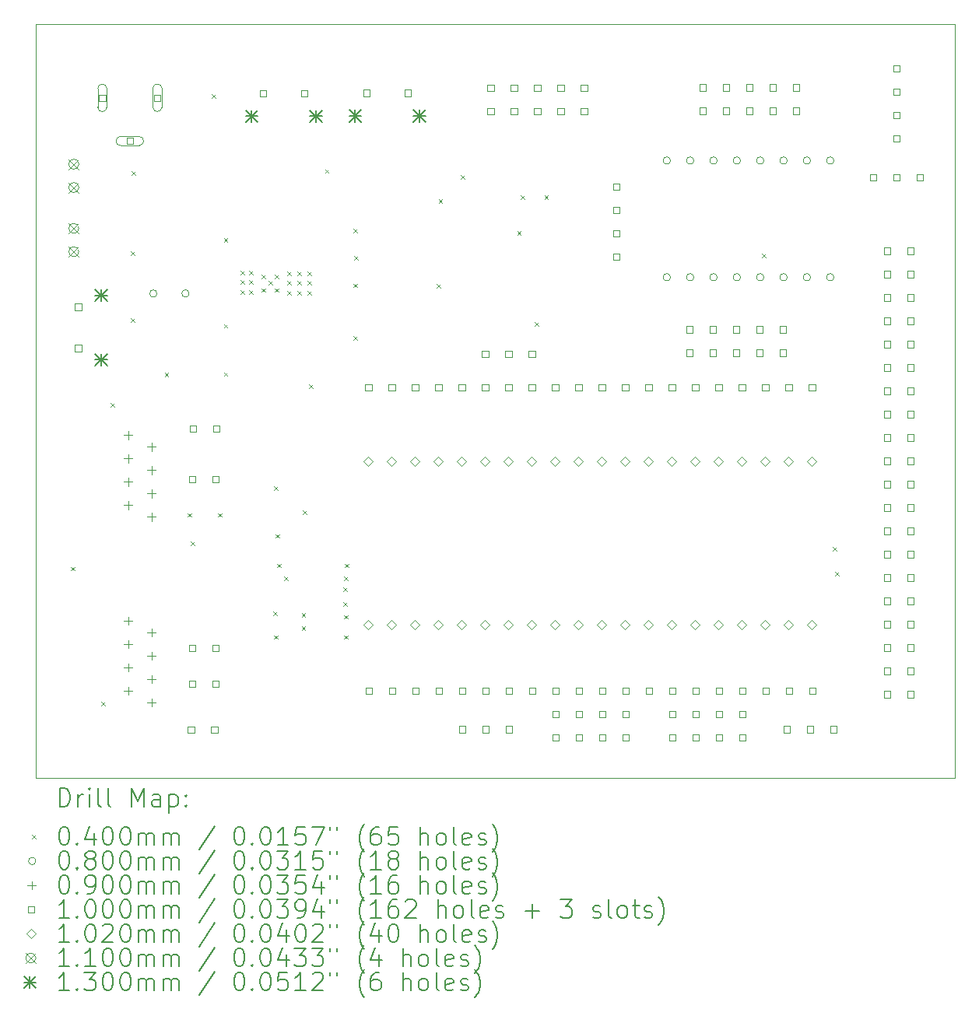
<source format=gbr>
%TF.GenerationSoftware,KiCad,Pcbnew,8.0.5*%
%TF.CreationDate,2024-12-19T16:35:54-05:00*%
%TF.ProjectId,LCC-Pico-Stepper_v2_4B,4c43432d-5069-4636-9f2d-537465707065,rev?*%
%TF.SameCoordinates,Original*%
%TF.FileFunction,Drillmap*%
%TF.FilePolarity,Positive*%
%FSLAX45Y45*%
G04 Gerber Fmt 4.5, Leading zero omitted, Abs format (unit mm)*
G04 Created by KiCad (PCBNEW 8.0.5) date 2024-12-19 16:35:54*
%MOMM*%
%LPD*%
G01*
G04 APERTURE LIST*
%ADD10C,0.050000*%
%ADD11C,0.200000*%
%ADD12C,0.100000*%
%ADD13C,0.102000*%
%ADD14C,0.110000*%
%ADD15C,0.130000*%
G04 APERTURE END LIST*
D10*
X10070000Y-13200000D02*
X10070000Y-5000000D01*
X10070000Y-5000000D02*
X20070000Y-5000000D01*
X20070000Y-5000000D02*
X20070000Y-13200000D01*
X20070000Y-13200000D02*
X10070000Y-13200000D01*
D11*
D12*
X10449000Y-10905500D02*
X10489000Y-10945500D01*
X10489000Y-10905500D02*
X10449000Y-10945500D01*
X10779000Y-12375500D02*
X10819000Y-12415500D01*
X10819000Y-12375500D02*
X10779000Y-12415500D01*
X10879000Y-9125500D02*
X10919000Y-9165500D01*
X10919000Y-9125500D02*
X10879000Y-9165500D01*
X11100000Y-7468750D02*
X11140000Y-7508750D01*
X11140000Y-7468750D02*
X11100000Y-7508750D01*
X11100000Y-8200000D02*
X11140000Y-8240000D01*
X11140000Y-8200000D02*
X11100000Y-8240000D01*
X11110000Y-6601250D02*
X11150000Y-6641250D01*
X11150000Y-6601250D02*
X11110000Y-6641250D01*
X11470000Y-8790000D02*
X11510000Y-8830000D01*
X11510000Y-8790000D02*
X11470000Y-8830000D01*
X11720000Y-10320000D02*
X11760000Y-10360000D01*
X11760000Y-10320000D02*
X11720000Y-10360000D01*
X11750000Y-10632500D02*
X11790000Y-10672500D01*
X11790000Y-10632500D02*
X11750000Y-10672500D01*
X11980000Y-5761250D02*
X12020000Y-5801250D01*
X12020000Y-5761250D02*
X11980000Y-5801250D01*
X12050000Y-10320000D02*
X12090000Y-10360000D01*
X12090000Y-10320000D02*
X12050000Y-10360000D01*
X12112000Y-7329950D02*
X12152000Y-7369950D01*
X12152000Y-7329950D02*
X12112000Y-7369950D01*
X12112000Y-8262450D02*
X12152000Y-8302450D01*
X12152000Y-8262450D02*
X12112000Y-8302450D01*
X12112850Y-8787450D02*
X12152850Y-8827450D01*
X12152850Y-8787450D02*
X12112850Y-8827450D01*
X12295000Y-7683700D02*
X12335000Y-7723700D01*
X12335000Y-7683700D02*
X12295000Y-7723700D01*
X12295000Y-7783700D02*
X12335000Y-7823700D01*
X12335000Y-7783700D02*
X12295000Y-7823700D01*
X12295000Y-7893700D02*
X12335000Y-7933700D01*
X12335000Y-7893700D02*
X12295000Y-7933700D01*
X12385000Y-7683700D02*
X12425000Y-7723700D01*
X12425000Y-7683700D02*
X12385000Y-7723700D01*
X12385000Y-7783700D02*
X12425000Y-7823700D01*
X12425000Y-7783700D02*
X12385000Y-7823700D01*
X12385000Y-7893700D02*
X12425000Y-7933700D01*
X12425000Y-7893700D02*
X12385000Y-7933700D01*
X12525000Y-7723700D02*
X12565000Y-7763700D01*
X12565000Y-7723700D02*
X12525000Y-7763700D01*
X12525000Y-7873700D02*
X12565000Y-7913700D01*
X12565000Y-7873700D02*
X12525000Y-7913700D01*
X12597500Y-7796200D02*
X12637500Y-7836200D01*
X12637500Y-7796200D02*
X12597500Y-7836200D01*
X12650000Y-11390000D02*
X12690000Y-11430000D01*
X12690000Y-11390000D02*
X12650000Y-11430000D01*
X12660000Y-10030000D02*
X12700000Y-10070000D01*
X12700000Y-10030000D02*
X12660000Y-10070000D01*
X12660000Y-11650000D02*
X12700000Y-11690000D01*
X12700000Y-11650000D02*
X12660000Y-11690000D01*
X12665000Y-7723700D02*
X12705000Y-7763700D01*
X12705000Y-7723700D02*
X12665000Y-7763700D01*
X12665000Y-7873700D02*
X12705000Y-7913700D01*
X12705000Y-7873700D02*
X12665000Y-7913700D01*
X12675000Y-10550000D02*
X12715000Y-10590000D01*
X12715000Y-10550000D02*
X12675000Y-10590000D01*
X12690000Y-10870000D02*
X12730000Y-10910000D01*
X12730000Y-10870000D02*
X12690000Y-10910000D01*
X12770000Y-11010000D02*
X12810000Y-11050000D01*
X12810000Y-11010000D02*
X12770000Y-11050000D01*
X12805000Y-7693700D02*
X12845000Y-7733700D01*
X12845000Y-7693700D02*
X12805000Y-7733700D01*
X12805000Y-7793700D02*
X12845000Y-7833700D01*
X12845000Y-7793700D02*
X12805000Y-7833700D01*
X12805000Y-7903700D02*
X12845000Y-7943700D01*
X12845000Y-7903700D02*
X12805000Y-7943700D01*
X12915000Y-7693700D02*
X12955000Y-7733700D01*
X12955000Y-7693700D02*
X12915000Y-7733700D01*
X12915000Y-7793700D02*
X12955000Y-7833700D01*
X12955000Y-7793700D02*
X12915000Y-7833700D01*
X12915000Y-7903700D02*
X12955000Y-7943700D01*
X12955000Y-7903700D02*
X12915000Y-7943700D01*
X12960000Y-11410000D02*
X13000000Y-11450000D01*
X13000000Y-11410000D02*
X12960000Y-11450000D01*
X12960000Y-11550000D02*
X13000000Y-11590000D01*
X13000000Y-11550000D02*
X12960000Y-11590000D01*
X12973750Y-10290000D02*
X13013750Y-10330000D01*
X13013750Y-10290000D02*
X12973750Y-10330000D01*
X13025000Y-7693700D02*
X13065000Y-7733700D01*
X13065000Y-7693700D02*
X13025000Y-7733700D01*
X13025000Y-7793700D02*
X13065000Y-7833700D01*
X13065000Y-7793700D02*
X13025000Y-7833700D01*
X13025000Y-7903700D02*
X13065000Y-7943700D01*
X13065000Y-7903700D02*
X13025000Y-7943700D01*
X13040000Y-8920000D02*
X13080000Y-8960000D01*
X13080000Y-8920000D02*
X13040000Y-8960000D01*
X13213750Y-6578500D02*
X13253750Y-6618500D01*
X13253750Y-6578500D02*
X13213750Y-6618500D01*
X13410000Y-11130000D02*
X13450000Y-11170000D01*
X13450000Y-11130000D02*
X13410000Y-11170000D01*
X13410000Y-11290000D02*
X13450000Y-11330000D01*
X13450000Y-11290000D02*
X13410000Y-11330000D01*
X13420000Y-11010000D02*
X13460000Y-11050000D01*
X13460000Y-11010000D02*
X13420000Y-11050000D01*
X13420000Y-11430000D02*
X13460000Y-11470000D01*
X13460000Y-11430000D02*
X13420000Y-11470000D01*
X13420000Y-11650000D02*
X13460000Y-11690000D01*
X13460000Y-11650000D02*
X13420000Y-11690000D01*
X13430000Y-10870000D02*
X13470000Y-10910000D01*
X13470000Y-10870000D02*
X13430000Y-10910000D01*
X13521250Y-8396700D02*
X13561250Y-8436700D01*
X13561250Y-8396700D02*
X13521250Y-8436700D01*
X13525000Y-7223700D02*
X13565000Y-7263700D01*
X13565000Y-7223700D02*
X13525000Y-7263700D01*
X13525000Y-7823700D02*
X13565000Y-7863700D01*
X13565000Y-7823700D02*
X13525000Y-7863700D01*
X13529250Y-7523700D02*
X13569250Y-7563700D01*
X13569250Y-7523700D02*
X13529250Y-7563700D01*
X14430000Y-7830000D02*
X14470000Y-7870000D01*
X14470000Y-7830000D02*
X14430000Y-7870000D01*
X14450000Y-6905000D02*
X14490000Y-6945000D01*
X14490000Y-6905000D02*
X14450000Y-6945000D01*
X14693660Y-6639910D02*
X14733660Y-6679910D01*
X14733660Y-6639910D02*
X14693660Y-6679910D01*
X15303750Y-7250000D02*
X15343750Y-7290000D01*
X15343750Y-7250000D02*
X15303750Y-7290000D01*
X15340000Y-6860000D02*
X15380000Y-6900000D01*
X15380000Y-6860000D02*
X15340000Y-6900000D01*
X15497500Y-8240500D02*
X15537500Y-8280500D01*
X15537500Y-8240500D02*
X15497500Y-8280500D01*
X15600000Y-6860000D02*
X15640000Y-6900000D01*
X15640000Y-6860000D02*
X15600000Y-6900000D01*
X17970000Y-7500000D02*
X18010000Y-7540000D01*
X18010000Y-7500000D02*
X17970000Y-7540000D01*
X18735360Y-10686100D02*
X18775360Y-10726100D01*
X18775360Y-10686100D02*
X18735360Y-10726100D01*
X18765840Y-10957880D02*
X18805840Y-10997880D01*
X18805840Y-10957880D02*
X18765840Y-10997880D01*
X11385265Y-7930000D02*
G75*
G02*
X11305265Y-7930000I-40000J0D01*
G01*
X11305265Y-7930000D02*
G75*
G02*
X11385265Y-7930000I40000J0D01*
G01*
X11735265Y-7930000D02*
G75*
G02*
X11655265Y-7930000I-40000J0D01*
G01*
X11655265Y-7930000D02*
G75*
G02*
X11735265Y-7930000I40000J0D01*
G01*
X16971640Y-6483080D02*
G75*
G02*
X16891640Y-6483080I-40000J0D01*
G01*
X16891640Y-6483080D02*
G75*
G02*
X16971640Y-6483080I40000J0D01*
G01*
X16971640Y-7753080D02*
G75*
G02*
X16891640Y-7753080I-40000J0D01*
G01*
X16891640Y-7753080D02*
G75*
G02*
X16971640Y-7753080I40000J0D01*
G01*
X17225640Y-6483080D02*
G75*
G02*
X17145640Y-6483080I-40000J0D01*
G01*
X17145640Y-6483080D02*
G75*
G02*
X17225640Y-6483080I40000J0D01*
G01*
X17225640Y-7753080D02*
G75*
G02*
X17145640Y-7753080I-40000J0D01*
G01*
X17145640Y-7753080D02*
G75*
G02*
X17225640Y-7753080I40000J0D01*
G01*
X17479640Y-6483080D02*
G75*
G02*
X17399640Y-6483080I-40000J0D01*
G01*
X17399640Y-6483080D02*
G75*
G02*
X17479640Y-6483080I40000J0D01*
G01*
X17479640Y-7753080D02*
G75*
G02*
X17399640Y-7753080I-40000J0D01*
G01*
X17399640Y-7753080D02*
G75*
G02*
X17479640Y-7753080I40000J0D01*
G01*
X17733640Y-6483080D02*
G75*
G02*
X17653640Y-6483080I-40000J0D01*
G01*
X17653640Y-6483080D02*
G75*
G02*
X17733640Y-6483080I40000J0D01*
G01*
X17733640Y-7753080D02*
G75*
G02*
X17653640Y-7753080I-40000J0D01*
G01*
X17653640Y-7753080D02*
G75*
G02*
X17733640Y-7753080I40000J0D01*
G01*
X17987640Y-6483080D02*
G75*
G02*
X17907640Y-6483080I-40000J0D01*
G01*
X17907640Y-6483080D02*
G75*
G02*
X17987640Y-6483080I40000J0D01*
G01*
X17987640Y-7753080D02*
G75*
G02*
X17907640Y-7753080I-40000J0D01*
G01*
X17907640Y-7753080D02*
G75*
G02*
X17987640Y-7753080I40000J0D01*
G01*
X18241640Y-6483080D02*
G75*
G02*
X18161640Y-6483080I-40000J0D01*
G01*
X18161640Y-6483080D02*
G75*
G02*
X18241640Y-6483080I40000J0D01*
G01*
X18241640Y-7753080D02*
G75*
G02*
X18161640Y-7753080I-40000J0D01*
G01*
X18161640Y-7753080D02*
G75*
G02*
X18241640Y-7753080I40000J0D01*
G01*
X18495640Y-6483080D02*
G75*
G02*
X18415640Y-6483080I-40000J0D01*
G01*
X18415640Y-6483080D02*
G75*
G02*
X18495640Y-6483080I40000J0D01*
G01*
X18495640Y-7753080D02*
G75*
G02*
X18415640Y-7753080I-40000J0D01*
G01*
X18415640Y-7753080D02*
G75*
G02*
X18495640Y-7753080I40000J0D01*
G01*
X18749640Y-6483080D02*
G75*
G02*
X18669640Y-6483080I-40000J0D01*
G01*
X18669640Y-6483080D02*
G75*
G02*
X18749640Y-6483080I40000J0D01*
G01*
X18749640Y-7753080D02*
G75*
G02*
X18669640Y-7753080I-40000J0D01*
G01*
X18669640Y-7753080D02*
G75*
G02*
X18749640Y-7753080I40000J0D01*
G01*
X11071000Y-9426000D02*
X11071000Y-9516000D01*
X11026000Y-9471000D02*
X11116000Y-9471000D01*
X11071000Y-9680000D02*
X11071000Y-9770000D01*
X11026000Y-9725000D02*
X11116000Y-9725000D01*
X11071000Y-9934000D02*
X11071000Y-10024000D01*
X11026000Y-9979000D02*
X11116000Y-9979000D01*
X11071000Y-10188000D02*
X11071000Y-10278000D01*
X11026000Y-10233000D02*
X11116000Y-10233000D01*
X11071000Y-11446000D02*
X11071000Y-11536000D01*
X11026000Y-11491000D02*
X11116000Y-11491000D01*
X11071000Y-11700000D02*
X11071000Y-11790000D01*
X11026000Y-11745000D02*
X11116000Y-11745000D01*
X11071000Y-11954000D02*
X11071000Y-12044000D01*
X11026000Y-11999000D02*
X11116000Y-11999000D01*
X11071000Y-12208000D02*
X11071000Y-12298000D01*
X11026000Y-12253000D02*
X11116000Y-12253000D01*
X11325000Y-9553000D02*
X11325000Y-9643000D01*
X11280000Y-9598000D02*
X11370000Y-9598000D01*
X11325000Y-9807000D02*
X11325000Y-9897000D01*
X11280000Y-9852000D02*
X11370000Y-9852000D01*
X11325000Y-10061000D02*
X11325000Y-10151000D01*
X11280000Y-10106000D02*
X11370000Y-10106000D01*
X11325000Y-10315000D02*
X11325000Y-10405000D01*
X11280000Y-10360000D02*
X11370000Y-10360000D01*
X11325000Y-11573000D02*
X11325000Y-11663000D01*
X11280000Y-11618000D02*
X11370000Y-11618000D01*
X11325000Y-11827000D02*
X11325000Y-11917000D01*
X11280000Y-11872000D02*
X11370000Y-11872000D01*
X11325000Y-12081000D02*
X11325000Y-12171000D01*
X11280000Y-12126000D02*
X11370000Y-12126000D01*
X11325000Y-12335000D02*
X11325000Y-12425000D01*
X11280000Y-12380000D02*
X11370000Y-12380000D01*
X10562856Y-8110356D02*
X10562856Y-8039644D01*
X10492144Y-8039644D01*
X10492144Y-8110356D01*
X10562856Y-8110356D01*
X10562856Y-8560356D02*
X10562856Y-8489644D01*
X10492144Y-8489644D01*
X10492144Y-8560356D01*
X10562856Y-8560356D01*
X10825356Y-5835356D02*
X10825356Y-5764644D01*
X10754644Y-5764644D01*
X10754644Y-5835356D01*
X10825356Y-5835356D01*
X10740000Y-5700000D02*
X10740000Y-5900000D01*
X10840000Y-5900000D02*
G75*
G02*
X10740000Y-5900000I-50000J0D01*
G01*
X10840000Y-5900000D02*
X10840000Y-5700000D01*
X10840000Y-5700000D02*
G75*
G03*
X10740000Y-5700000I-50000J0D01*
G01*
X11125356Y-6305356D02*
X11125356Y-6234644D01*
X11054644Y-6234644D01*
X11054644Y-6305356D01*
X11125356Y-6305356D01*
X10990000Y-6320000D02*
X11190000Y-6320000D01*
X11190000Y-6220000D02*
G75*
G02*
X11190000Y-6320000I0J-50000D01*
G01*
X11190000Y-6220000D02*
X10990000Y-6220000D01*
X10990000Y-6220000D02*
G75*
G03*
X10990000Y-6320000I0J-50000D01*
G01*
X11425356Y-5835356D02*
X11425356Y-5764644D01*
X11354644Y-5764644D01*
X11354644Y-5835356D01*
X11425356Y-5835356D01*
X11340000Y-5700000D02*
X11340000Y-5900000D01*
X11440000Y-5900000D02*
G75*
G02*
X11340000Y-5900000I-50000J0D01*
G01*
X11440000Y-5900000D02*
X11440000Y-5700000D01*
X11440000Y-5700000D02*
G75*
G03*
X11340000Y-5700000I-50000J0D01*
G01*
X11791356Y-12715356D02*
X11791356Y-12644644D01*
X11720644Y-12644644D01*
X11720644Y-12715356D01*
X11791356Y-12715356D01*
X11801356Y-9985356D02*
X11801356Y-9914644D01*
X11730644Y-9914644D01*
X11730644Y-9985356D01*
X11801356Y-9985356D01*
X11801356Y-11825356D02*
X11801356Y-11754644D01*
X11730644Y-11754644D01*
X11730644Y-11825356D01*
X11801356Y-11825356D01*
X11805356Y-12215356D02*
X11805356Y-12144644D01*
X11734644Y-12144644D01*
X11734644Y-12215356D01*
X11805356Y-12215356D01*
X11811356Y-9435356D02*
X11811356Y-9364644D01*
X11740644Y-9364644D01*
X11740644Y-9435356D01*
X11811356Y-9435356D01*
X12045356Y-12715356D02*
X12045356Y-12644644D01*
X11974644Y-12644644D01*
X11974644Y-12715356D01*
X12045356Y-12715356D01*
X12055356Y-9985356D02*
X12055356Y-9914644D01*
X11984644Y-9914644D01*
X11984644Y-9985356D01*
X12055356Y-9985356D01*
X12055356Y-11825356D02*
X12055356Y-11754644D01*
X11984644Y-11754644D01*
X11984644Y-11825356D01*
X12055356Y-11825356D01*
X12059356Y-12215356D02*
X12059356Y-12144644D01*
X11988644Y-12144644D01*
X11988644Y-12215356D01*
X12059356Y-12215356D01*
X12065356Y-9435356D02*
X12065356Y-9364644D01*
X11994644Y-9364644D01*
X11994644Y-9435356D01*
X12065356Y-9435356D01*
X12575356Y-5785356D02*
X12575356Y-5714644D01*
X12504644Y-5714644D01*
X12504644Y-5785356D01*
X12575356Y-5785356D01*
X13025356Y-5785356D02*
X13025356Y-5714644D01*
X12954644Y-5714644D01*
X12954644Y-5785356D01*
X13025356Y-5785356D01*
X13700356Y-5782856D02*
X13700356Y-5712144D01*
X13629644Y-5712144D01*
X13629644Y-5782856D01*
X13700356Y-5782856D01*
X13722416Y-8985865D02*
X13722416Y-8915154D01*
X13651704Y-8915154D01*
X13651704Y-8985865D01*
X13722416Y-8985865D01*
X13725956Y-12290431D02*
X13725956Y-12219719D01*
X13655244Y-12219719D01*
X13655244Y-12290431D01*
X13725956Y-12290431D01*
X13976416Y-8985865D02*
X13976416Y-8915154D01*
X13905704Y-8915154D01*
X13905704Y-8985865D01*
X13976416Y-8985865D01*
X13979956Y-12290431D02*
X13979956Y-12219719D01*
X13909244Y-12219719D01*
X13909244Y-12290431D01*
X13979956Y-12290431D01*
X14150356Y-5782856D02*
X14150356Y-5712144D01*
X14079644Y-5712144D01*
X14079644Y-5782856D01*
X14150356Y-5782856D01*
X14230416Y-8985865D02*
X14230416Y-8915154D01*
X14159704Y-8915154D01*
X14159704Y-8985865D01*
X14230416Y-8985865D01*
X14233956Y-12290431D02*
X14233956Y-12219719D01*
X14163244Y-12219719D01*
X14163244Y-12290431D01*
X14233956Y-12290431D01*
X14484416Y-8985865D02*
X14484416Y-8915154D01*
X14413704Y-8915154D01*
X14413704Y-8985865D01*
X14484416Y-8985865D01*
X14487956Y-12290431D02*
X14487956Y-12219719D01*
X14417244Y-12219719D01*
X14417244Y-12290431D01*
X14487956Y-12290431D01*
X14738416Y-8985865D02*
X14738416Y-8915154D01*
X14667704Y-8915154D01*
X14667704Y-8985865D01*
X14738416Y-8985865D01*
X14740456Y-12709956D02*
X14740456Y-12639244D01*
X14669744Y-12639244D01*
X14669744Y-12709956D01*
X14740456Y-12709956D01*
X14741956Y-12290431D02*
X14741956Y-12219719D01*
X14671244Y-12219719D01*
X14671244Y-12290431D01*
X14741956Y-12290431D01*
X14991356Y-8625356D02*
X14991356Y-8554644D01*
X14920644Y-8554644D01*
X14920644Y-8625356D01*
X14991356Y-8625356D01*
X14992416Y-8985865D02*
X14992416Y-8915154D01*
X14921704Y-8915154D01*
X14921704Y-8985865D01*
X14992416Y-8985865D01*
X14994456Y-12709956D02*
X14994456Y-12639244D01*
X14923744Y-12639244D01*
X14923744Y-12709956D01*
X14994456Y-12709956D01*
X14995956Y-12290431D02*
X14995956Y-12219719D01*
X14925244Y-12219719D01*
X14925244Y-12290431D01*
X14995956Y-12290431D01*
X15051836Y-5730036D02*
X15051836Y-5659324D01*
X14981124Y-5659324D01*
X14981124Y-5730036D01*
X15051836Y-5730036D01*
X15051836Y-5984036D02*
X15051836Y-5913324D01*
X14981124Y-5913324D01*
X14981124Y-5984036D01*
X15051836Y-5984036D01*
X15245356Y-8625356D02*
X15245356Y-8554644D01*
X15174644Y-8554644D01*
X15174644Y-8625356D01*
X15245356Y-8625356D01*
X15246416Y-8985865D02*
X15246416Y-8915154D01*
X15175704Y-8915154D01*
X15175704Y-8985865D01*
X15246416Y-8985865D01*
X15248456Y-12709956D02*
X15248456Y-12639244D01*
X15177744Y-12639244D01*
X15177744Y-12709956D01*
X15248456Y-12709956D01*
X15249956Y-12290431D02*
X15249956Y-12219719D01*
X15179244Y-12219719D01*
X15179244Y-12290431D01*
X15249956Y-12290431D01*
X15305836Y-5730036D02*
X15305836Y-5659324D01*
X15235124Y-5659324D01*
X15235124Y-5730036D01*
X15305836Y-5730036D01*
X15305836Y-5984036D02*
X15305836Y-5913324D01*
X15235124Y-5913324D01*
X15235124Y-5984036D01*
X15305836Y-5984036D01*
X15499356Y-8625356D02*
X15499356Y-8554644D01*
X15428644Y-8554644D01*
X15428644Y-8625356D01*
X15499356Y-8625356D01*
X15500416Y-8985865D02*
X15500416Y-8915154D01*
X15429704Y-8915154D01*
X15429704Y-8985865D01*
X15500416Y-8985865D01*
X15503956Y-12290431D02*
X15503956Y-12219719D01*
X15433244Y-12219719D01*
X15433244Y-12290431D01*
X15503956Y-12290431D01*
X15559836Y-5730036D02*
X15559836Y-5659324D01*
X15489124Y-5659324D01*
X15489124Y-5730036D01*
X15559836Y-5730036D01*
X15559836Y-5984036D02*
X15559836Y-5913324D01*
X15489124Y-5913324D01*
X15489124Y-5984036D01*
X15559836Y-5984036D01*
X15754416Y-8985865D02*
X15754416Y-8915154D01*
X15683704Y-8915154D01*
X15683704Y-8985865D01*
X15754416Y-8985865D01*
X15757956Y-12290431D02*
X15757956Y-12219719D01*
X15687244Y-12219719D01*
X15687244Y-12290431D01*
X15757956Y-12290431D01*
X15757956Y-12544431D02*
X15757956Y-12473719D01*
X15687244Y-12473719D01*
X15687244Y-12544431D01*
X15757956Y-12544431D01*
X15757956Y-12798431D02*
X15757956Y-12727719D01*
X15687244Y-12727719D01*
X15687244Y-12798431D01*
X15757956Y-12798431D01*
X15813836Y-5730036D02*
X15813836Y-5659324D01*
X15743124Y-5659324D01*
X15743124Y-5730036D01*
X15813836Y-5730036D01*
X15813836Y-5984036D02*
X15813836Y-5913324D01*
X15743124Y-5913324D01*
X15743124Y-5984036D01*
X15813836Y-5984036D01*
X16008416Y-8985865D02*
X16008416Y-8915154D01*
X15937704Y-8915154D01*
X15937704Y-8985865D01*
X16008416Y-8985865D01*
X16011956Y-12290431D02*
X16011956Y-12219719D01*
X15941244Y-12219719D01*
X15941244Y-12290431D01*
X16011956Y-12290431D01*
X16011956Y-12544431D02*
X16011956Y-12473719D01*
X15941244Y-12473719D01*
X15941244Y-12544431D01*
X16011956Y-12544431D01*
X16011956Y-12798431D02*
X16011956Y-12727719D01*
X15941244Y-12727719D01*
X15941244Y-12798431D01*
X16011956Y-12798431D01*
X16067836Y-5730036D02*
X16067836Y-5659324D01*
X15997124Y-5659324D01*
X15997124Y-5730036D01*
X16067836Y-5730036D01*
X16067836Y-5984036D02*
X16067836Y-5913324D01*
X15997124Y-5913324D01*
X15997124Y-5984036D01*
X16067836Y-5984036D01*
X16262416Y-8985865D02*
X16262416Y-8915154D01*
X16191704Y-8915154D01*
X16191704Y-8985865D01*
X16262416Y-8985865D01*
X16265956Y-12290431D02*
X16265956Y-12219719D01*
X16195244Y-12219719D01*
X16195244Y-12290431D01*
X16265956Y-12290431D01*
X16265956Y-12544431D02*
X16265956Y-12473719D01*
X16195244Y-12473719D01*
X16195244Y-12544431D01*
X16265956Y-12544431D01*
X16265956Y-12798431D02*
X16265956Y-12727719D01*
X16195244Y-12727719D01*
X16195244Y-12798431D01*
X16265956Y-12798431D01*
X16418356Y-6801916D02*
X16418356Y-6731204D01*
X16347644Y-6731204D01*
X16347644Y-6801916D01*
X16418356Y-6801916D01*
X16418356Y-7055916D02*
X16418356Y-6985204D01*
X16347644Y-6985204D01*
X16347644Y-7055916D01*
X16418356Y-7055916D01*
X16418356Y-7309916D02*
X16418356Y-7239204D01*
X16347644Y-7239204D01*
X16347644Y-7309916D01*
X16418356Y-7309916D01*
X16418356Y-7563916D02*
X16418356Y-7493204D01*
X16347644Y-7493204D01*
X16347644Y-7563916D01*
X16418356Y-7563916D01*
X16516416Y-8985865D02*
X16516416Y-8915154D01*
X16445704Y-8915154D01*
X16445704Y-8985865D01*
X16516416Y-8985865D01*
X16519956Y-12290431D02*
X16519956Y-12219719D01*
X16449244Y-12219719D01*
X16449244Y-12290431D01*
X16519956Y-12290431D01*
X16519956Y-12544431D02*
X16519956Y-12473719D01*
X16449244Y-12473719D01*
X16449244Y-12544431D01*
X16519956Y-12544431D01*
X16519956Y-12798431D02*
X16519956Y-12727719D01*
X16449244Y-12727719D01*
X16449244Y-12798431D01*
X16519956Y-12798431D01*
X16770416Y-8985865D02*
X16770416Y-8915154D01*
X16699704Y-8915154D01*
X16699704Y-8985865D01*
X16770416Y-8985865D01*
X16773956Y-12290431D02*
X16773956Y-12219719D01*
X16703244Y-12219719D01*
X16703244Y-12290431D01*
X16773956Y-12290431D01*
X17024416Y-8985865D02*
X17024416Y-8915154D01*
X16953704Y-8915154D01*
X16953704Y-8985865D01*
X17024416Y-8985865D01*
X17027956Y-12290431D02*
X17027956Y-12219719D01*
X16957244Y-12219719D01*
X16957244Y-12290431D01*
X17027956Y-12290431D01*
X17027956Y-12544431D02*
X17027956Y-12473719D01*
X16957244Y-12473719D01*
X16957244Y-12544431D01*
X17027956Y-12544431D01*
X17027956Y-12798431D02*
X17027956Y-12727719D01*
X16957244Y-12727719D01*
X16957244Y-12798431D01*
X17027956Y-12798431D01*
X17216416Y-8356896D02*
X17216416Y-8286184D01*
X17145704Y-8286184D01*
X17145704Y-8356896D01*
X17216416Y-8356896D01*
X17216416Y-8610896D02*
X17216416Y-8540184D01*
X17145704Y-8540184D01*
X17145704Y-8610896D01*
X17216416Y-8610896D01*
X17278416Y-8985865D02*
X17278416Y-8915154D01*
X17207704Y-8915154D01*
X17207704Y-8985865D01*
X17278416Y-8985865D01*
X17281956Y-12290431D02*
X17281956Y-12219719D01*
X17211244Y-12219719D01*
X17211244Y-12290431D01*
X17281956Y-12290431D01*
X17281956Y-12544431D02*
X17281956Y-12473719D01*
X17211244Y-12473719D01*
X17211244Y-12544431D01*
X17281956Y-12544431D01*
X17281956Y-12798431D02*
X17281956Y-12727719D01*
X17211244Y-12727719D01*
X17211244Y-12798431D01*
X17281956Y-12798431D01*
X17358156Y-5724956D02*
X17358156Y-5654244D01*
X17287444Y-5654244D01*
X17287444Y-5724956D01*
X17358156Y-5724956D01*
X17358156Y-5978956D02*
X17358156Y-5908244D01*
X17287444Y-5908244D01*
X17287444Y-5978956D01*
X17358156Y-5978956D01*
X17470416Y-8356896D02*
X17470416Y-8286184D01*
X17399704Y-8286184D01*
X17399704Y-8356896D01*
X17470416Y-8356896D01*
X17470416Y-8610896D02*
X17470416Y-8540184D01*
X17399704Y-8540184D01*
X17399704Y-8610896D01*
X17470416Y-8610896D01*
X17532416Y-8985865D02*
X17532416Y-8915154D01*
X17461704Y-8915154D01*
X17461704Y-8985865D01*
X17532416Y-8985865D01*
X17535956Y-12290431D02*
X17535956Y-12219719D01*
X17465244Y-12219719D01*
X17465244Y-12290431D01*
X17535956Y-12290431D01*
X17535956Y-12544431D02*
X17535956Y-12473719D01*
X17465244Y-12473719D01*
X17465244Y-12544431D01*
X17535956Y-12544431D01*
X17535956Y-12798431D02*
X17535956Y-12727719D01*
X17465244Y-12727719D01*
X17465244Y-12798431D01*
X17535956Y-12798431D01*
X17612156Y-5724956D02*
X17612156Y-5654244D01*
X17541444Y-5654244D01*
X17541444Y-5724956D01*
X17612156Y-5724956D01*
X17612156Y-5978956D02*
X17612156Y-5908244D01*
X17541444Y-5908244D01*
X17541444Y-5978956D01*
X17612156Y-5978956D01*
X17724416Y-8356896D02*
X17724416Y-8286184D01*
X17653704Y-8286184D01*
X17653704Y-8356896D01*
X17724416Y-8356896D01*
X17724416Y-8610896D02*
X17724416Y-8540184D01*
X17653704Y-8540184D01*
X17653704Y-8610896D01*
X17724416Y-8610896D01*
X17786416Y-8985865D02*
X17786416Y-8915154D01*
X17715704Y-8915154D01*
X17715704Y-8985865D01*
X17786416Y-8985865D01*
X17789956Y-12290431D02*
X17789956Y-12219719D01*
X17719244Y-12219719D01*
X17719244Y-12290431D01*
X17789956Y-12290431D01*
X17789956Y-12544431D02*
X17789956Y-12473719D01*
X17719244Y-12473719D01*
X17719244Y-12544431D01*
X17789956Y-12544431D01*
X17789956Y-12798431D02*
X17789956Y-12727719D01*
X17719244Y-12727719D01*
X17719244Y-12798431D01*
X17789956Y-12798431D01*
X17866156Y-5724956D02*
X17866156Y-5654244D01*
X17795444Y-5654244D01*
X17795444Y-5724956D01*
X17866156Y-5724956D01*
X17866156Y-5978956D02*
X17866156Y-5908244D01*
X17795444Y-5908244D01*
X17795444Y-5978956D01*
X17866156Y-5978956D01*
X17978416Y-8356896D02*
X17978416Y-8286184D01*
X17907704Y-8286184D01*
X17907704Y-8356896D01*
X17978416Y-8356896D01*
X17978416Y-8610896D02*
X17978416Y-8540184D01*
X17907704Y-8540184D01*
X17907704Y-8610896D01*
X17978416Y-8610896D01*
X18040416Y-8985865D02*
X18040416Y-8915154D01*
X17969704Y-8915154D01*
X17969704Y-8985865D01*
X18040416Y-8985865D01*
X18043956Y-12290431D02*
X18043956Y-12219719D01*
X17973244Y-12219719D01*
X17973244Y-12290431D01*
X18043956Y-12290431D01*
X18120156Y-5724956D02*
X18120156Y-5654244D01*
X18049444Y-5654244D01*
X18049444Y-5724956D01*
X18120156Y-5724956D01*
X18120156Y-5978956D02*
X18120156Y-5908244D01*
X18049444Y-5908244D01*
X18049444Y-5978956D01*
X18120156Y-5978956D01*
X18232416Y-8356896D02*
X18232416Y-8286184D01*
X18161704Y-8286184D01*
X18161704Y-8356896D01*
X18232416Y-8356896D01*
X18232416Y-8610896D02*
X18232416Y-8540184D01*
X18161704Y-8540184D01*
X18161704Y-8610896D01*
X18232416Y-8610896D01*
X18272556Y-12709956D02*
X18272556Y-12639244D01*
X18201844Y-12639244D01*
X18201844Y-12709956D01*
X18272556Y-12709956D01*
X18294416Y-8985865D02*
X18294416Y-8915154D01*
X18223704Y-8915154D01*
X18223704Y-8985865D01*
X18294416Y-8985865D01*
X18297956Y-12290431D02*
X18297956Y-12219719D01*
X18227244Y-12219719D01*
X18227244Y-12290431D01*
X18297956Y-12290431D01*
X18374156Y-5724956D02*
X18374156Y-5654244D01*
X18303444Y-5654244D01*
X18303444Y-5724956D01*
X18374156Y-5724956D01*
X18374156Y-5978956D02*
X18374156Y-5908244D01*
X18303444Y-5908244D01*
X18303444Y-5978956D01*
X18374156Y-5978956D01*
X18526556Y-12709956D02*
X18526556Y-12639244D01*
X18455844Y-12639244D01*
X18455844Y-12709956D01*
X18526556Y-12709956D01*
X18548416Y-8985865D02*
X18548416Y-8915154D01*
X18477704Y-8915154D01*
X18477704Y-8985865D01*
X18548416Y-8985865D01*
X18551956Y-12290431D02*
X18551956Y-12219719D01*
X18481244Y-12219719D01*
X18481244Y-12290431D01*
X18551956Y-12290431D01*
X18780556Y-12709956D02*
X18780556Y-12639244D01*
X18709844Y-12639244D01*
X18709844Y-12709956D01*
X18780556Y-12709956D01*
X19209816Y-6700316D02*
X19209816Y-6629604D01*
X19139104Y-6629604D01*
X19139104Y-6700316D01*
X19209816Y-6700316D01*
X19364756Y-7502956D02*
X19364756Y-7432244D01*
X19294044Y-7432244D01*
X19294044Y-7502956D01*
X19364756Y-7502956D01*
X19364756Y-7756956D02*
X19364756Y-7686244D01*
X19294044Y-7686244D01*
X19294044Y-7756956D01*
X19364756Y-7756956D01*
X19364756Y-8010956D02*
X19364756Y-7940244D01*
X19294044Y-7940244D01*
X19294044Y-8010956D01*
X19364756Y-8010956D01*
X19364756Y-8264956D02*
X19364756Y-8194244D01*
X19294044Y-8194244D01*
X19294044Y-8264956D01*
X19364756Y-8264956D01*
X19364756Y-8518956D02*
X19364756Y-8448244D01*
X19294044Y-8448244D01*
X19294044Y-8518956D01*
X19364756Y-8518956D01*
X19364756Y-8772956D02*
X19364756Y-8702244D01*
X19294044Y-8702244D01*
X19294044Y-8772956D01*
X19364756Y-8772956D01*
X19364756Y-9026956D02*
X19364756Y-8956244D01*
X19294044Y-8956244D01*
X19294044Y-9026956D01*
X19364756Y-9026956D01*
X19364756Y-9280956D02*
X19364756Y-9210244D01*
X19294044Y-9210244D01*
X19294044Y-9280956D01*
X19364756Y-9280956D01*
X19364756Y-9534956D02*
X19364756Y-9464244D01*
X19294044Y-9464244D01*
X19294044Y-9534956D01*
X19364756Y-9534956D01*
X19364756Y-9788956D02*
X19364756Y-9718244D01*
X19294044Y-9718244D01*
X19294044Y-9788956D01*
X19364756Y-9788956D01*
X19364756Y-10042956D02*
X19364756Y-9972244D01*
X19294044Y-9972244D01*
X19294044Y-10042956D01*
X19364756Y-10042956D01*
X19364756Y-10296956D02*
X19364756Y-10226244D01*
X19294044Y-10226244D01*
X19294044Y-10296956D01*
X19364756Y-10296956D01*
X19364756Y-10550956D02*
X19364756Y-10480244D01*
X19294044Y-10480244D01*
X19294044Y-10550956D01*
X19364756Y-10550956D01*
X19364756Y-10804956D02*
X19364756Y-10734244D01*
X19294044Y-10734244D01*
X19294044Y-10804956D01*
X19364756Y-10804956D01*
X19364756Y-11058956D02*
X19364756Y-10988244D01*
X19294044Y-10988244D01*
X19294044Y-11058956D01*
X19364756Y-11058956D01*
X19364756Y-11312956D02*
X19364756Y-11242244D01*
X19294044Y-11242244D01*
X19294044Y-11312956D01*
X19364756Y-11312956D01*
X19364756Y-11566956D02*
X19364756Y-11496244D01*
X19294044Y-11496244D01*
X19294044Y-11566956D01*
X19364756Y-11566956D01*
X19364756Y-11820956D02*
X19364756Y-11750244D01*
X19294044Y-11750244D01*
X19294044Y-11820956D01*
X19364756Y-11820956D01*
X19364756Y-12074956D02*
X19364756Y-12004244D01*
X19294044Y-12004244D01*
X19294044Y-12074956D01*
X19364756Y-12074956D01*
X19364756Y-12328956D02*
X19364756Y-12258244D01*
X19294044Y-12258244D01*
X19294044Y-12328956D01*
X19364756Y-12328956D01*
X19463816Y-6700316D02*
X19463816Y-6629604D01*
X19393104Y-6629604D01*
X19393104Y-6700316D01*
X19463816Y-6700316D01*
X19465356Y-5515676D02*
X19465356Y-5444964D01*
X19394644Y-5444964D01*
X19394644Y-5515676D01*
X19465356Y-5515676D01*
X19465356Y-5769676D02*
X19465356Y-5698964D01*
X19394644Y-5698964D01*
X19394644Y-5769676D01*
X19465356Y-5769676D01*
X19465356Y-6023676D02*
X19465356Y-5952964D01*
X19394644Y-5952964D01*
X19394644Y-6023676D01*
X19465356Y-6023676D01*
X19465356Y-6277676D02*
X19465356Y-6206964D01*
X19394644Y-6206964D01*
X19394644Y-6277676D01*
X19465356Y-6277676D01*
X19618756Y-7502956D02*
X19618756Y-7432244D01*
X19548044Y-7432244D01*
X19548044Y-7502956D01*
X19618756Y-7502956D01*
X19618756Y-7756956D02*
X19618756Y-7686244D01*
X19548044Y-7686244D01*
X19548044Y-7756956D01*
X19618756Y-7756956D01*
X19618756Y-8010956D02*
X19618756Y-7940244D01*
X19548044Y-7940244D01*
X19548044Y-8010956D01*
X19618756Y-8010956D01*
X19618756Y-8264956D02*
X19618756Y-8194244D01*
X19548044Y-8194244D01*
X19548044Y-8264956D01*
X19618756Y-8264956D01*
X19618756Y-8518956D02*
X19618756Y-8448244D01*
X19548044Y-8448244D01*
X19548044Y-8518956D01*
X19618756Y-8518956D01*
X19618756Y-8772956D02*
X19618756Y-8702244D01*
X19548044Y-8702244D01*
X19548044Y-8772956D01*
X19618756Y-8772956D01*
X19618756Y-9026956D02*
X19618756Y-8956244D01*
X19548044Y-8956244D01*
X19548044Y-9026956D01*
X19618756Y-9026956D01*
X19618756Y-9280956D02*
X19618756Y-9210244D01*
X19548044Y-9210244D01*
X19548044Y-9280956D01*
X19618756Y-9280956D01*
X19618756Y-9534956D02*
X19618756Y-9464244D01*
X19548044Y-9464244D01*
X19548044Y-9534956D01*
X19618756Y-9534956D01*
X19618756Y-9788956D02*
X19618756Y-9718244D01*
X19548044Y-9718244D01*
X19548044Y-9788956D01*
X19618756Y-9788956D01*
X19618756Y-10042956D02*
X19618756Y-9972244D01*
X19548044Y-9972244D01*
X19548044Y-10042956D01*
X19618756Y-10042956D01*
X19618756Y-10296956D02*
X19618756Y-10226244D01*
X19548044Y-10226244D01*
X19548044Y-10296956D01*
X19618756Y-10296956D01*
X19618756Y-10550956D02*
X19618756Y-10480244D01*
X19548044Y-10480244D01*
X19548044Y-10550956D01*
X19618756Y-10550956D01*
X19618756Y-10804956D02*
X19618756Y-10734244D01*
X19548044Y-10734244D01*
X19548044Y-10804956D01*
X19618756Y-10804956D01*
X19618756Y-11058956D02*
X19618756Y-10988244D01*
X19548044Y-10988244D01*
X19548044Y-11058956D01*
X19618756Y-11058956D01*
X19618756Y-11312956D02*
X19618756Y-11242244D01*
X19548044Y-11242244D01*
X19548044Y-11312956D01*
X19618756Y-11312956D01*
X19618756Y-11566956D02*
X19618756Y-11496244D01*
X19548044Y-11496244D01*
X19548044Y-11566956D01*
X19618756Y-11566956D01*
X19618756Y-11820956D02*
X19618756Y-11750244D01*
X19548044Y-11750244D01*
X19548044Y-11820956D01*
X19618756Y-11820956D01*
X19618756Y-12074956D02*
X19618756Y-12004244D01*
X19548044Y-12004244D01*
X19548044Y-12074956D01*
X19618756Y-12074956D01*
X19618756Y-12328956D02*
X19618756Y-12258244D01*
X19548044Y-12258244D01*
X19548044Y-12328956D01*
X19618756Y-12328956D01*
X19717816Y-6700316D02*
X19717816Y-6629604D01*
X19647104Y-6629604D01*
X19647104Y-6700316D01*
X19717816Y-6700316D01*
D13*
X13685520Y-9806715D02*
X13736520Y-9755715D01*
X13685520Y-9704715D01*
X13634520Y-9755715D01*
X13685520Y-9806715D01*
X13685520Y-11584715D02*
X13736520Y-11533715D01*
X13685520Y-11482715D01*
X13634520Y-11533715D01*
X13685520Y-11584715D01*
X13939520Y-9806715D02*
X13990520Y-9755715D01*
X13939520Y-9704715D01*
X13888520Y-9755715D01*
X13939520Y-9806715D01*
X13939520Y-11584715D02*
X13990520Y-11533715D01*
X13939520Y-11482715D01*
X13888520Y-11533715D01*
X13939520Y-11584715D01*
X14193520Y-9806715D02*
X14244520Y-9755715D01*
X14193520Y-9704715D01*
X14142520Y-9755715D01*
X14193520Y-9806715D01*
X14193520Y-11584715D02*
X14244520Y-11533715D01*
X14193520Y-11482715D01*
X14142520Y-11533715D01*
X14193520Y-11584715D01*
X14447520Y-9806715D02*
X14498520Y-9755715D01*
X14447520Y-9704715D01*
X14396520Y-9755715D01*
X14447520Y-9806715D01*
X14447520Y-11584715D02*
X14498520Y-11533715D01*
X14447520Y-11482715D01*
X14396520Y-11533715D01*
X14447520Y-11584715D01*
X14701520Y-9806715D02*
X14752520Y-9755715D01*
X14701520Y-9704715D01*
X14650520Y-9755715D01*
X14701520Y-9806715D01*
X14701520Y-11584715D02*
X14752520Y-11533715D01*
X14701520Y-11482715D01*
X14650520Y-11533715D01*
X14701520Y-11584715D01*
X14955520Y-9806715D02*
X15006520Y-9755715D01*
X14955520Y-9704715D01*
X14904520Y-9755715D01*
X14955520Y-9806715D01*
X14955520Y-11584715D02*
X15006520Y-11533715D01*
X14955520Y-11482715D01*
X14904520Y-11533715D01*
X14955520Y-11584715D01*
X15209520Y-9806715D02*
X15260520Y-9755715D01*
X15209520Y-9704715D01*
X15158520Y-9755715D01*
X15209520Y-9806715D01*
X15209520Y-11584715D02*
X15260520Y-11533715D01*
X15209520Y-11482715D01*
X15158520Y-11533715D01*
X15209520Y-11584715D01*
X15463520Y-9806715D02*
X15514520Y-9755715D01*
X15463520Y-9704715D01*
X15412520Y-9755715D01*
X15463520Y-9806715D01*
X15463520Y-11584715D02*
X15514520Y-11533715D01*
X15463520Y-11482715D01*
X15412520Y-11533715D01*
X15463520Y-11584715D01*
X15717520Y-9806715D02*
X15768520Y-9755715D01*
X15717520Y-9704715D01*
X15666520Y-9755715D01*
X15717520Y-9806715D01*
X15717520Y-11584715D02*
X15768520Y-11533715D01*
X15717520Y-11482715D01*
X15666520Y-11533715D01*
X15717520Y-11584715D01*
X15971520Y-9806715D02*
X16022520Y-9755715D01*
X15971520Y-9704715D01*
X15920520Y-9755715D01*
X15971520Y-9806715D01*
X15971520Y-11584715D02*
X16022520Y-11533715D01*
X15971520Y-11482715D01*
X15920520Y-11533715D01*
X15971520Y-11584715D01*
X16225520Y-9806715D02*
X16276520Y-9755715D01*
X16225520Y-9704715D01*
X16174520Y-9755715D01*
X16225520Y-9806715D01*
X16225520Y-11584715D02*
X16276520Y-11533715D01*
X16225520Y-11482715D01*
X16174520Y-11533715D01*
X16225520Y-11584715D01*
X16479520Y-9806715D02*
X16530520Y-9755715D01*
X16479520Y-9704715D01*
X16428520Y-9755715D01*
X16479520Y-9806715D01*
X16479520Y-11584715D02*
X16530520Y-11533715D01*
X16479520Y-11482715D01*
X16428520Y-11533715D01*
X16479520Y-11584715D01*
X16733520Y-9806715D02*
X16784520Y-9755715D01*
X16733520Y-9704715D01*
X16682520Y-9755715D01*
X16733520Y-9806715D01*
X16733520Y-11584715D02*
X16784520Y-11533715D01*
X16733520Y-11482715D01*
X16682520Y-11533715D01*
X16733520Y-11584715D01*
X16987520Y-9806715D02*
X17038520Y-9755715D01*
X16987520Y-9704715D01*
X16936520Y-9755715D01*
X16987520Y-9806715D01*
X16987520Y-11584715D02*
X17038520Y-11533715D01*
X16987520Y-11482715D01*
X16936520Y-11533715D01*
X16987520Y-11584715D01*
X17241520Y-9806715D02*
X17292520Y-9755715D01*
X17241520Y-9704715D01*
X17190520Y-9755715D01*
X17241520Y-9806715D01*
X17241520Y-11584715D02*
X17292520Y-11533715D01*
X17241520Y-11482715D01*
X17190520Y-11533715D01*
X17241520Y-11584715D01*
X17495520Y-9806715D02*
X17546520Y-9755715D01*
X17495520Y-9704715D01*
X17444520Y-9755715D01*
X17495520Y-9806715D01*
X17495520Y-11584715D02*
X17546520Y-11533715D01*
X17495520Y-11482715D01*
X17444520Y-11533715D01*
X17495520Y-11584715D01*
X17749520Y-9806715D02*
X17800520Y-9755715D01*
X17749520Y-9704715D01*
X17698520Y-9755715D01*
X17749520Y-9806715D01*
X17749520Y-11584715D02*
X17800520Y-11533715D01*
X17749520Y-11482715D01*
X17698520Y-11533715D01*
X17749520Y-11584715D01*
X18003520Y-9806715D02*
X18054520Y-9755715D01*
X18003520Y-9704715D01*
X17952520Y-9755715D01*
X18003520Y-9806715D01*
X18003520Y-11584715D02*
X18054520Y-11533715D01*
X18003520Y-11482715D01*
X17952520Y-11533715D01*
X18003520Y-11584715D01*
X18257520Y-9806715D02*
X18308520Y-9755715D01*
X18257520Y-9704715D01*
X18206520Y-9755715D01*
X18257520Y-9806715D01*
X18257520Y-11584715D02*
X18308520Y-11533715D01*
X18257520Y-11482715D01*
X18206520Y-11533715D01*
X18257520Y-11584715D01*
X18511520Y-9806715D02*
X18562520Y-9755715D01*
X18511520Y-9704715D01*
X18460520Y-9755715D01*
X18511520Y-9806715D01*
X18511520Y-11584715D02*
X18562520Y-11533715D01*
X18511520Y-11482715D01*
X18460520Y-11533715D01*
X18511520Y-11584715D01*
D14*
X10425000Y-6468000D02*
X10535000Y-6578000D01*
X10535000Y-6468000D02*
X10425000Y-6578000D01*
X10535000Y-6523000D02*
G75*
G02*
X10425000Y-6523000I-55000J0D01*
G01*
X10425000Y-6523000D02*
G75*
G02*
X10535000Y-6523000I55000J0D01*
G01*
X10425000Y-6722000D02*
X10535000Y-6832000D01*
X10535000Y-6722000D02*
X10425000Y-6832000D01*
X10535000Y-6777000D02*
G75*
G02*
X10425000Y-6777000I-55000J0D01*
G01*
X10425000Y-6777000D02*
G75*
G02*
X10535000Y-6777000I55000J0D01*
G01*
X10425000Y-7166250D02*
X10535000Y-7276250D01*
X10535000Y-7166250D02*
X10425000Y-7276250D01*
X10535000Y-7221250D02*
G75*
G02*
X10425000Y-7221250I-55000J0D01*
G01*
X10425000Y-7221250D02*
G75*
G02*
X10535000Y-7221250I55000J0D01*
G01*
X10425000Y-7420250D02*
X10535000Y-7530250D01*
X10535000Y-7420250D02*
X10425000Y-7530250D01*
X10535000Y-7475250D02*
G75*
G02*
X10425000Y-7475250I-55000J0D01*
G01*
X10425000Y-7475250D02*
G75*
G02*
X10535000Y-7475250I55000J0D01*
G01*
D15*
X10712500Y-7885000D02*
X10842500Y-8015000D01*
X10842500Y-7885000D02*
X10712500Y-8015000D01*
X10777500Y-7885000D02*
X10777500Y-8015000D01*
X10712500Y-7950000D02*
X10842500Y-7950000D01*
X10712500Y-8585000D02*
X10842500Y-8715000D01*
X10842500Y-8585000D02*
X10712500Y-8715000D01*
X10777500Y-8585000D02*
X10777500Y-8715000D01*
X10712500Y-8650000D02*
X10842500Y-8650000D01*
X12350000Y-5935000D02*
X12480000Y-6065000D01*
X12480000Y-5935000D02*
X12350000Y-6065000D01*
X12415000Y-5935000D02*
X12415000Y-6065000D01*
X12350000Y-6000000D02*
X12480000Y-6000000D01*
X13050000Y-5935000D02*
X13180000Y-6065000D01*
X13180000Y-5935000D02*
X13050000Y-6065000D01*
X13115000Y-5935000D02*
X13115000Y-6065000D01*
X13050000Y-6000000D02*
X13180000Y-6000000D01*
X13475000Y-5932500D02*
X13605000Y-6062500D01*
X13605000Y-5932500D02*
X13475000Y-6062500D01*
X13540000Y-5932500D02*
X13540000Y-6062500D01*
X13475000Y-5997500D02*
X13605000Y-5997500D01*
X14175000Y-5932500D02*
X14305000Y-6062500D01*
X14305000Y-5932500D02*
X14175000Y-6062500D01*
X14240000Y-5932500D02*
X14240000Y-6062500D01*
X14175000Y-5997500D02*
X14305000Y-5997500D01*
D11*
X10328277Y-13513984D02*
X10328277Y-13313984D01*
X10328277Y-13313984D02*
X10375896Y-13313984D01*
X10375896Y-13313984D02*
X10404467Y-13323508D01*
X10404467Y-13323508D02*
X10423515Y-13342555D01*
X10423515Y-13342555D02*
X10433039Y-13361603D01*
X10433039Y-13361603D02*
X10442563Y-13399698D01*
X10442563Y-13399698D02*
X10442563Y-13428269D01*
X10442563Y-13428269D02*
X10433039Y-13466365D01*
X10433039Y-13466365D02*
X10423515Y-13485412D01*
X10423515Y-13485412D02*
X10404467Y-13504460D01*
X10404467Y-13504460D02*
X10375896Y-13513984D01*
X10375896Y-13513984D02*
X10328277Y-13513984D01*
X10528277Y-13513984D02*
X10528277Y-13380650D01*
X10528277Y-13418746D02*
X10537801Y-13399698D01*
X10537801Y-13399698D02*
X10547324Y-13390174D01*
X10547324Y-13390174D02*
X10566372Y-13380650D01*
X10566372Y-13380650D02*
X10585420Y-13380650D01*
X10652086Y-13513984D02*
X10652086Y-13380650D01*
X10652086Y-13313984D02*
X10642563Y-13323508D01*
X10642563Y-13323508D02*
X10652086Y-13333031D01*
X10652086Y-13333031D02*
X10661610Y-13323508D01*
X10661610Y-13323508D02*
X10652086Y-13313984D01*
X10652086Y-13313984D02*
X10652086Y-13333031D01*
X10775896Y-13513984D02*
X10756848Y-13504460D01*
X10756848Y-13504460D02*
X10747324Y-13485412D01*
X10747324Y-13485412D02*
X10747324Y-13313984D01*
X10880658Y-13513984D02*
X10861610Y-13504460D01*
X10861610Y-13504460D02*
X10852086Y-13485412D01*
X10852086Y-13485412D02*
X10852086Y-13313984D01*
X11109229Y-13513984D02*
X11109229Y-13313984D01*
X11109229Y-13313984D02*
X11175896Y-13456841D01*
X11175896Y-13456841D02*
X11242562Y-13313984D01*
X11242562Y-13313984D02*
X11242562Y-13513984D01*
X11423515Y-13513984D02*
X11423515Y-13409222D01*
X11423515Y-13409222D02*
X11413991Y-13390174D01*
X11413991Y-13390174D02*
X11394943Y-13380650D01*
X11394943Y-13380650D02*
X11356848Y-13380650D01*
X11356848Y-13380650D02*
X11337801Y-13390174D01*
X11423515Y-13504460D02*
X11404467Y-13513984D01*
X11404467Y-13513984D02*
X11356848Y-13513984D01*
X11356848Y-13513984D02*
X11337801Y-13504460D01*
X11337801Y-13504460D02*
X11328277Y-13485412D01*
X11328277Y-13485412D02*
X11328277Y-13466365D01*
X11328277Y-13466365D02*
X11337801Y-13447317D01*
X11337801Y-13447317D02*
X11356848Y-13437793D01*
X11356848Y-13437793D02*
X11404467Y-13437793D01*
X11404467Y-13437793D02*
X11423515Y-13428269D01*
X11518753Y-13380650D02*
X11518753Y-13580650D01*
X11518753Y-13390174D02*
X11537801Y-13380650D01*
X11537801Y-13380650D02*
X11575896Y-13380650D01*
X11575896Y-13380650D02*
X11594943Y-13390174D01*
X11594943Y-13390174D02*
X11604467Y-13399698D01*
X11604467Y-13399698D02*
X11613991Y-13418746D01*
X11613991Y-13418746D02*
X11613991Y-13475888D01*
X11613991Y-13475888D02*
X11604467Y-13494936D01*
X11604467Y-13494936D02*
X11594943Y-13504460D01*
X11594943Y-13504460D02*
X11575896Y-13513984D01*
X11575896Y-13513984D02*
X11537801Y-13513984D01*
X11537801Y-13513984D02*
X11518753Y-13504460D01*
X11699705Y-13494936D02*
X11709229Y-13504460D01*
X11709229Y-13504460D02*
X11699705Y-13513984D01*
X11699705Y-13513984D02*
X11690182Y-13504460D01*
X11690182Y-13504460D02*
X11699705Y-13494936D01*
X11699705Y-13494936D02*
X11699705Y-13513984D01*
X11699705Y-13390174D02*
X11709229Y-13399698D01*
X11709229Y-13399698D02*
X11699705Y-13409222D01*
X11699705Y-13409222D02*
X11690182Y-13399698D01*
X11690182Y-13399698D02*
X11699705Y-13390174D01*
X11699705Y-13390174D02*
X11699705Y-13409222D01*
D12*
X10027500Y-13822500D02*
X10067500Y-13862500D01*
X10067500Y-13822500D02*
X10027500Y-13862500D01*
D11*
X10366372Y-13733984D02*
X10385420Y-13733984D01*
X10385420Y-13733984D02*
X10404467Y-13743508D01*
X10404467Y-13743508D02*
X10413991Y-13753031D01*
X10413991Y-13753031D02*
X10423515Y-13772079D01*
X10423515Y-13772079D02*
X10433039Y-13810174D01*
X10433039Y-13810174D02*
X10433039Y-13857793D01*
X10433039Y-13857793D02*
X10423515Y-13895888D01*
X10423515Y-13895888D02*
X10413991Y-13914936D01*
X10413991Y-13914936D02*
X10404467Y-13924460D01*
X10404467Y-13924460D02*
X10385420Y-13933984D01*
X10385420Y-13933984D02*
X10366372Y-13933984D01*
X10366372Y-13933984D02*
X10347324Y-13924460D01*
X10347324Y-13924460D02*
X10337801Y-13914936D01*
X10337801Y-13914936D02*
X10328277Y-13895888D01*
X10328277Y-13895888D02*
X10318753Y-13857793D01*
X10318753Y-13857793D02*
X10318753Y-13810174D01*
X10318753Y-13810174D02*
X10328277Y-13772079D01*
X10328277Y-13772079D02*
X10337801Y-13753031D01*
X10337801Y-13753031D02*
X10347324Y-13743508D01*
X10347324Y-13743508D02*
X10366372Y-13733984D01*
X10518753Y-13914936D02*
X10528277Y-13924460D01*
X10528277Y-13924460D02*
X10518753Y-13933984D01*
X10518753Y-13933984D02*
X10509229Y-13924460D01*
X10509229Y-13924460D02*
X10518753Y-13914936D01*
X10518753Y-13914936D02*
X10518753Y-13933984D01*
X10699705Y-13800650D02*
X10699705Y-13933984D01*
X10652086Y-13724460D02*
X10604467Y-13867317D01*
X10604467Y-13867317D02*
X10728277Y-13867317D01*
X10842563Y-13733984D02*
X10861610Y-13733984D01*
X10861610Y-13733984D02*
X10880658Y-13743508D01*
X10880658Y-13743508D02*
X10890182Y-13753031D01*
X10890182Y-13753031D02*
X10899705Y-13772079D01*
X10899705Y-13772079D02*
X10909229Y-13810174D01*
X10909229Y-13810174D02*
X10909229Y-13857793D01*
X10909229Y-13857793D02*
X10899705Y-13895888D01*
X10899705Y-13895888D02*
X10890182Y-13914936D01*
X10890182Y-13914936D02*
X10880658Y-13924460D01*
X10880658Y-13924460D02*
X10861610Y-13933984D01*
X10861610Y-13933984D02*
X10842563Y-13933984D01*
X10842563Y-13933984D02*
X10823515Y-13924460D01*
X10823515Y-13924460D02*
X10813991Y-13914936D01*
X10813991Y-13914936D02*
X10804467Y-13895888D01*
X10804467Y-13895888D02*
X10794944Y-13857793D01*
X10794944Y-13857793D02*
X10794944Y-13810174D01*
X10794944Y-13810174D02*
X10804467Y-13772079D01*
X10804467Y-13772079D02*
X10813991Y-13753031D01*
X10813991Y-13753031D02*
X10823515Y-13743508D01*
X10823515Y-13743508D02*
X10842563Y-13733984D01*
X11033039Y-13733984D02*
X11052086Y-13733984D01*
X11052086Y-13733984D02*
X11071134Y-13743508D01*
X11071134Y-13743508D02*
X11080658Y-13753031D01*
X11080658Y-13753031D02*
X11090182Y-13772079D01*
X11090182Y-13772079D02*
X11099705Y-13810174D01*
X11099705Y-13810174D02*
X11099705Y-13857793D01*
X11099705Y-13857793D02*
X11090182Y-13895888D01*
X11090182Y-13895888D02*
X11080658Y-13914936D01*
X11080658Y-13914936D02*
X11071134Y-13924460D01*
X11071134Y-13924460D02*
X11052086Y-13933984D01*
X11052086Y-13933984D02*
X11033039Y-13933984D01*
X11033039Y-13933984D02*
X11013991Y-13924460D01*
X11013991Y-13924460D02*
X11004467Y-13914936D01*
X11004467Y-13914936D02*
X10994944Y-13895888D01*
X10994944Y-13895888D02*
X10985420Y-13857793D01*
X10985420Y-13857793D02*
X10985420Y-13810174D01*
X10985420Y-13810174D02*
X10994944Y-13772079D01*
X10994944Y-13772079D02*
X11004467Y-13753031D01*
X11004467Y-13753031D02*
X11013991Y-13743508D01*
X11013991Y-13743508D02*
X11033039Y-13733984D01*
X11185420Y-13933984D02*
X11185420Y-13800650D01*
X11185420Y-13819698D02*
X11194943Y-13810174D01*
X11194943Y-13810174D02*
X11213991Y-13800650D01*
X11213991Y-13800650D02*
X11242563Y-13800650D01*
X11242563Y-13800650D02*
X11261610Y-13810174D01*
X11261610Y-13810174D02*
X11271134Y-13829222D01*
X11271134Y-13829222D02*
X11271134Y-13933984D01*
X11271134Y-13829222D02*
X11280658Y-13810174D01*
X11280658Y-13810174D02*
X11299705Y-13800650D01*
X11299705Y-13800650D02*
X11328277Y-13800650D01*
X11328277Y-13800650D02*
X11347324Y-13810174D01*
X11347324Y-13810174D02*
X11356848Y-13829222D01*
X11356848Y-13829222D02*
X11356848Y-13933984D01*
X11452086Y-13933984D02*
X11452086Y-13800650D01*
X11452086Y-13819698D02*
X11461610Y-13810174D01*
X11461610Y-13810174D02*
X11480658Y-13800650D01*
X11480658Y-13800650D02*
X11509229Y-13800650D01*
X11509229Y-13800650D02*
X11528277Y-13810174D01*
X11528277Y-13810174D02*
X11537801Y-13829222D01*
X11537801Y-13829222D02*
X11537801Y-13933984D01*
X11537801Y-13829222D02*
X11547324Y-13810174D01*
X11547324Y-13810174D02*
X11566372Y-13800650D01*
X11566372Y-13800650D02*
X11594943Y-13800650D01*
X11594943Y-13800650D02*
X11613991Y-13810174D01*
X11613991Y-13810174D02*
X11623515Y-13829222D01*
X11623515Y-13829222D02*
X11623515Y-13933984D01*
X12013991Y-13724460D02*
X11842563Y-13981603D01*
X12271134Y-13733984D02*
X12290182Y-13733984D01*
X12290182Y-13733984D02*
X12309229Y-13743508D01*
X12309229Y-13743508D02*
X12318753Y-13753031D01*
X12318753Y-13753031D02*
X12328277Y-13772079D01*
X12328277Y-13772079D02*
X12337801Y-13810174D01*
X12337801Y-13810174D02*
X12337801Y-13857793D01*
X12337801Y-13857793D02*
X12328277Y-13895888D01*
X12328277Y-13895888D02*
X12318753Y-13914936D01*
X12318753Y-13914936D02*
X12309229Y-13924460D01*
X12309229Y-13924460D02*
X12290182Y-13933984D01*
X12290182Y-13933984D02*
X12271134Y-13933984D01*
X12271134Y-13933984D02*
X12252086Y-13924460D01*
X12252086Y-13924460D02*
X12242563Y-13914936D01*
X12242563Y-13914936D02*
X12233039Y-13895888D01*
X12233039Y-13895888D02*
X12223515Y-13857793D01*
X12223515Y-13857793D02*
X12223515Y-13810174D01*
X12223515Y-13810174D02*
X12233039Y-13772079D01*
X12233039Y-13772079D02*
X12242563Y-13753031D01*
X12242563Y-13753031D02*
X12252086Y-13743508D01*
X12252086Y-13743508D02*
X12271134Y-13733984D01*
X12423515Y-13914936D02*
X12433039Y-13924460D01*
X12433039Y-13924460D02*
X12423515Y-13933984D01*
X12423515Y-13933984D02*
X12413991Y-13924460D01*
X12413991Y-13924460D02*
X12423515Y-13914936D01*
X12423515Y-13914936D02*
X12423515Y-13933984D01*
X12556848Y-13733984D02*
X12575896Y-13733984D01*
X12575896Y-13733984D02*
X12594944Y-13743508D01*
X12594944Y-13743508D02*
X12604467Y-13753031D01*
X12604467Y-13753031D02*
X12613991Y-13772079D01*
X12613991Y-13772079D02*
X12623515Y-13810174D01*
X12623515Y-13810174D02*
X12623515Y-13857793D01*
X12623515Y-13857793D02*
X12613991Y-13895888D01*
X12613991Y-13895888D02*
X12604467Y-13914936D01*
X12604467Y-13914936D02*
X12594944Y-13924460D01*
X12594944Y-13924460D02*
X12575896Y-13933984D01*
X12575896Y-13933984D02*
X12556848Y-13933984D01*
X12556848Y-13933984D02*
X12537801Y-13924460D01*
X12537801Y-13924460D02*
X12528277Y-13914936D01*
X12528277Y-13914936D02*
X12518753Y-13895888D01*
X12518753Y-13895888D02*
X12509229Y-13857793D01*
X12509229Y-13857793D02*
X12509229Y-13810174D01*
X12509229Y-13810174D02*
X12518753Y-13772079D01*
X12518753Y-13772079D02*
X12528277Y-13753031D01*
X12528277Y-13753031D02*
X12537801Y-13743508D01*
X12537801Y-13743508D02*
X12556848Y-13733984D01*
X12813991Y-13933984D02*
X12699706Y-13933984D01*
X12756848Y-13933984D02*
X12756848Y-13733984D01*
X12756848Y-13733984D02*
X12737801Y-13762555D01*
X12737801Y-13762555D02*
X12718753Y-13781603D01*
X12718753Y-13781603D02*
X12699706Y-13791127D01*
X12994944Y-13733984D02*
X12899706Y-13733984D01*
X12899706Y-13733984D02*
X12890182Y-13829222D01*
X12890182Y-13829222D02*
X12899706Y-13819698D01*
X12899706Y-13819698D02*
X12918753Y-13810174D01*
X12918753Y-13810174D02*
X12966372Y-13810174D01*
X12966372Y-13810174D02*
X12985420Y-13819698D01*
X12985420Y-13819698D02*
X12994944Y-13829222D01*
X12994944Y-13829222D02*
X13004467Y-13848269D01*
X13004467Y-13848269D02*
X13004467Y-13895888D01*
X13004467Y-13895888D02*
X12994944Y-13914936D01*
X12994944Y-13914936D02*
X12985420Y-13924460D01*
X12985420Y-13924460D02*
X12966372Y-13933984D01*
X12966372Y-13933984D02*
X12918753Y-13933984D01*
X12918753Y-13933984D02*
X12899706Y-13924460D01*
X12899706Y-13924460D02*
X12890182Y-13914936D01*
X13071134Y-13733984D02*
X13204467Y-13733984D01*
X13204467Y-13733984D02*
X13118753Y-13933984D01*
X13271134Y-13733984D02*
X13271134Y-13772079D01*
X13347325Y-13733984D02*
X13347325Y-13772079D01*
X13642563Y-14010174D02*
X13633039Y-14000650D01*
X13633039Y-14000650D02*
X13613991Y-13972079D01*
X13613991Y-13972079D02*
X13604468Y-13953031D01*
X13604468Y-13953031D02*
X13594944Y-13924460D01*
X13594944Y-13924460D02*
X13585420Y-13876841D01*
X13585420Y-13876841D02*
X13585420Y-13838746D01*
X13585420Y-13838746D02*
X13594944Y-13791127D01*
X13594944Y-13791127D02*
X13604468Y-13762555D01*
X13604468Y-13762555D02*
X13613991Y-13743508D01*
X13613991Y-13743508D02*
X13633039Y-13714936D01*
X13633039Y-13714936D02*
X13642563Y-13705412D01*
X13804468Y-13733984D02*
X13766372Y-13733984D01*
X13766372Y-13733984D02*
X13747325Y-13743508D01*
X13747325Y-13743508D02*
X13737801Y-13753031D01*
X13737801Y-13753031D02*
X13718753Y-13781603D01*
X13718753Y-13781603D02*
X13709229Y-13819698D01*
X13709229Y-13819698D02*
X13709229Y-13895888D01*
X13709229Y-13895888D02*
X13718753Y-13914936D01*
X13718753Y-13914936D02*
X13728277Y-13924460D01*
X13728277Y-13924460D02*
X13747325Y-13933984D01*
X13747325Y-13933984D02*
X13785420Y-13933984D01*
X13785420Y-13933984D02*
X13804468Y-13924460D01*
X13804468Y-13924460D02*
X13813991Y-13914936D01*
X13813991Y-13914936D02*
X13823515Y-13895888D01*
X13823515Y-13895888D02*
X13823515Y-13848269D01*
X13823515Y-13848269D02*
X13813991Y-13829222D01*
X13813991Y-13829222D02*
X13804468Y-13819698D01*
X13804468Y-13819698D02*
X13785420Y-13810174D01*
X13785420Y-13810174D02*
X13747325Y-13810174D01*
X13747325Y-13810174D02*
X13728277Y-13819698D01*
X13728277Y-13819698D02*
X13718753Y-13829222D01*
X13718753Y-13829222D02*
X13709229Y-13848269D01*
X14004468Y-13733984D02*
X13909229Y-13733984D01*
X13909229Y-13733984D02*
X13899706Y-13829222D01*
X13899706Y-13829222D02*
X13909229Y-13819698D01*
X13909229Y-13819698D02*
X13928277Y-13810174D01*
X13928277Y-13810174D02*
X13975896Y-13810174D01*
X13975896Y-13810174D02*
X13994944Y-13819698D01*
X13994944Y-13819698D02*
X14004468Y-13829222D01*
X14004468Y-13829222D02*
X14013991Y-13848269D01*
X14013991Y-13848269D02*
X14013991Y-13895888D01*
X14013991Y-13895888D02*
X14004468Y-13914936D01*
X14004468Y-13914936D02*
X13994944Y-13924460D01*
X13994944Y-13924460D02*
X13975896Y-13933984D01*
X13975896Y-13933984D02*
X13928277Y-13933984D01*
X13928277Y-13933984D02*
X13909229Y-13924460D01*
X13909229Y-13924460D02*
X13899706Y-13914936D01*
X14252087Y-13933984D02*
X14252087Y-13733984D01*
X14337801Y-13933984D02*
X14337801Y-13829222D01*
X14337801Y-13829222D02*
X14328277Y-13810174D01*
X14328277Y-13810174D02*
X14309230Y-13800650D01*
X14309230Y-13800650D02*
X14280658Y-13800650D01*
X14280658Y-13800650D02*
X14261610Y-13810174D01*
X14261610Y-13810174D02*
X14252087Y-13819698D01*
X14461610Y-13933984D02*
X14442563Y-13924460D01*
X14442563Y-13924460D02*
X14433039Y-13914936D01*
X14433039Y-13914936D02*
X14423515Y-13895888D01*
X14423515Y-13895888D02*
X14423515Y-13838746D01*
X14423515Y-13838746D02*
X14433039Y-13819698D01*
X14433039Y-13819698D02*
X14442563Y-13810174D01*
X14442563Y-13810174D02*
X14461610Y-13800650D01*
X14461610Y-13800650D02*
X14490182Y-13800650D01*
X14490182Y-13800650D02*
X14509230Y-13810174D01*
X14509230Y-13810174D02*
X14518753Y-13819698D01*
X14518753Y-13819698D02*
X14528277Y-13838746D01*
X14528277Y-13838746D02*
X14528277Y-13895888D01*
X14528277Y-13895888D02*
X14518753Y-13914936D01*
X14518753Y-13914936D02*
X14509230Y-13924460D01*
X14509230Y-13924460D02*
X14490182Y-13933984D01*
X14490182Y-13933984D02*
X14461610Y-13933984D01*
X14642563Y-13933984D02*
X14623515Y-13924460D01*
X14623515Y-13924460D02*
X14613991Y-13905412D01*
X14613991Y-13905412D02*
X14613991Y-13733984D01*
X14794944Y-13924460D02*
X14775896Y-13933984D01*
X14775896Y-13933984D02*
X14737801Y-13933984D01*
X14737801Y-13933984D02*
X14718753Y-13924460D01*
X14718753Y-13924460D02*
X14709230Y-13905412D01*
X14709230Y-13905412D02*
X14709230Y-13829222D01*
X14709230Y-13829222D02*
X14718753Y-13810174D01*
X14718753Y-13810174D02*
X14737801Y-13800650D01*
X14737801Y-13800650D02*
X14775896Y-13800650D01*
X14775896Y-13800650D02*
X14794944Y-13810174D01*
X14794944Y-13810174D02*
X14804468Y-13829222D01*
X14804468Y-13829222D02*
X14804468Y-13848269D01*
X14804468Y-13848269D02*
X14709230Y-13867317D01*
X14880658Y-13924460D02*
X14899706Y-13933984D01*
X14899706Y-13933984D02*
X14937801Y-13933984D01*
X14937801Y-13933984D02*
X14956849Y-13924460D01*
X14956849Y-13924460D02*
X14966372Y-13905412D01*
X14966372Y-13905412D02*
X14966372Y-13895888D01*
X14966372Y-13895888D02*
X14956849Y-13876841D01*
X14956849Y-13876841D02*
X14937801Y-13867317D01*
X14937801Y-13867317D02*
X14909230Y-13867317D01*
X14909230Y-13867317D02*
X14890182Y-13857793D01*
X14890182Y-13857793D02*
X14880658Y-13838746D01*
X14880658Y-13838746D02*
X14880658Y-13829222D01*
X14880658Y-13829222D02*
X14890182Y-13810174D01*
X14890182Y-13810174D02*
X14909230Y-13800650D01*
X14909230Y-13800650D02*
X14937801Y-13800650D01*
X14937801Y-13800650D02*
X14956849Y-13810174D01*
X15033039Y-14010174D02*
X15042563Y-14000650D01*
X15042563Y-14000650D02*
X15061611Y-13972079D01*
X15061611Y-13972079D02*
X15071134Y-13953031D01*
X15071134Y-13953031D02*
X15080658Y-13924460D01*
X15080658Y-13924460D02*
X15090182Y-13876841D01*
X15090182Y-13876841D02*
X15090182Y-13838746D01*
X15090182Y-13838746D02*
X15080658Y-13791127D01*
X15080658Y-13791127D02*
X15071134Y-13762555D01*
X15071134Y-13762555D02*
X15061611Y-13743508D01*
X15061611Y-13743508D02*
X15042563Y-13714936D01*
X15042563Y-13714936D02*
X15033039Y-13705412D01*
D12*
X10067500Y-14106500D02*
G75*
G02*
X9987500Y-14106500I-40000J0D01*
G01*
X9987500Y-14106500D02*
G75*
G02*
X10067500Y-14106500I40000J0D01*
G01*
D11*
X10366372Y-13997984D02*
X10385420Y-13997984D01*
X10385420Y-13997984D02*
X10404467Y-14007508D01*
X10404467Y-14007508D02*
X10413991Y-14017031D01*
X10413991Y-14017031D02*
X10423515Y-14036079D01*
X10423515Y-14036079D02*
X10433039Y-14074174D01*
X10433039Y-14074174D02*
X10433039Y-14121793D01*
X10433039Y-14121793D02*
X10423515Y-14159888D01*
X10423515Y-14159888D02*
X10413991Y-14178936D01*
X10413991Y-14178936D02*
X10404467Y-14188460D01*
X10404467Y-14188460D02*
X10385420Y-14197984D01*
X10385420Y-14197984D02*
X10366372Y-14197984D01*
X10366372Y-14197984D02*
X10347324Y-14188460D01*
X10347324Y-14188460D02*
X10337801Y-14178936D01*
X10337801Y-14178936D02*
X10328277Y-14159888D01*
X10328277Y-14159888D02*
X10318753Y-14121793D01*
X10318753Y-14121793D02*
X10318753Y-14074174D01*
X10318753Y-14074174D02*
X10328277Y-14036079D01*
X10328277Y-14036079D02*
X10337801Y-14017031D01*
X10337801Y-14017031D02*
X10347324Y-14007508D01*
X10347324Y-14007508D02*
X10366372Y-13997984D01*
X10518753Y-14178936D02*
X10528277Y-14188460D01*
X10528277Y-14188460D02*
X10518753Y-14197984D01*
X10518753Y-14197984D02*
X10509229Y-14188460D01*
X10509229Y-14188460D02*
X10518753Y-14178936D01*
X10518753Y-14178936D02*
X10518753Y-14197984D01*
X10642563Y-14083698D02*
X10623515Y-14074174D01*
X10623515Y-14074174D02*
X10613991Y-14064650D01*
X10613991Y-14064650D02*
X10604467Y-14045603D01*
X10604467Y-14045603D02*
X10604467Y-14036079D01*
X10604467Y-14036079D02*
X10613991Y-14017031D01*
X10613991Y-14017031D02*
X10623515Y-14007508D01*
X10623515Y-14007508D02*
X10642563Y-13997984D01*
X10642563Y-13997984D02*
X10680658Y-13997984D01*
X10680658Y-13997984D02*
X10699705Y-14007508D01*
X10699705Y-14007508D02*
X10709229Y-14017031D01*
X10709229Y-14017031D02*
X10718753Y-14036079D01*
X10718753Y-14036079D02*
X10718753Y-14045603D01*
X10718753Y-14045603D02*
X10709229Y-14064650D01*
X10709229Y-14064650D02*
X10699705Y-14074174D01*
X10699705Y-14074174D02*
X10680658Y-14083698D01*
X10680658Y-14083698D02*
X10642563Y-14083698D01*
X10642563Y-14083698D02*
X10623515Y-14093222D01*
X10623515Y-14093222D02*
X10613991Y-14102746D01*
X10613991Y-14102746D02*
X10604467Y-14121793D01*
X10604467Y-14121793D02*
X10604467Y-14159888D01*
X10604467Y-14159888D02*
X10613991Y-14178936D01*
X10613991Y-14178936D02*
X10623515Y-14188460D01*
X10623515Y-14188460D02*
X10642563Y-14197984D01*
X10642563Y-14197984D02*
X10680658Y-14197984D01*
X10680658Y-14197984D02*
X10699705Y-14188460D01*
X10699705Y-14188460D02*
X10709229Y-14178936D01*
X10709229Y-14178936D02*
X10718753Y-14159888D01*
X10718753Y-14159888D02*
X10718753Y-14121793D01*
X10718753Y-14121793D02*
X10709229Y-14102746D01*
X10709229Y-14102746D02*
X10699705Y-14093222D01*
X10699705Y-14093222D02*
X10680658Y-14083698D01*
X10842563Y-13997984D02*
X10861610Y-13997984D01*
X10861610Y-13997984D02*
X10880658Y-14007508D01*
X10880658Y-14007508D02*
X10890182Y-14017031D01*
X10890182Y-14017031D02*
X10899705Y-14036079D01*
X10899705Y-14036079D02*
X10909229Y-14074174D01*
X10909229Y-14074174D02*
X10909229Y-14121793D01*
X10909229Y-14121793D02*
X10899705Y-14159888D01*
X10899705Y-14159888D02*
X10890182Y-14178936D01*
X10890182Y-14178936D02*
X10880658Y-14188460D01*
X10880658Y-14188460D02*
X10861610Y-14197984D01*
X10861610Y-14197984D02*
X10842563Y-14197984D01*
X10842563Y-14197984D02*
X10823515Y-14188460D01*
X10823515Y-14188460D02*
X10813991Y-14178936D01*
X10813991Y-14178936D02*
X10804467Y-14159888D01*
X10804467Y-14159888D02*
X10794944Y-14121793D01*
X10794944Y-14121793D02*
X10794944Y-14074174D01*
X10794944Y-14074174D02*
X10804467Y-14036079D01*
X10804467Y-14036079D02*
X10813991Y-14017031D01*
X10813991Y-14017031D02*
X10823515Y-14007508D01*
X10823515Y-14007508D02*
X10842563Y-13997984D01*
X11033039Y-13997984D02*
X11052086Y-13997984D01*
X11052086Y-13997984D02*
X11071134Y-14007508D01*
X11071134Y-14007508D02*
X11080658Y-14017031D01*
X11080658Y-14017031D02*
X11090182Y-14036079D01*
X11090182Y-14036079D02*
X11099705Y-14074174D01*
X11099705Y-14074174D02*
X11099705Y-14121793D01*
X11099705Y-14121793D02*
X11090182Y-14159888D01*
X11090182Y-14159888D02*
X11080658Y-14178936D01*
X11080658Y-14178936D02*
X11071134Y-14188460D01*
X11071134Y-14188460D02*
X11052086Y-14197984D01*
X11052086Y-14197984D02*
X11033039Y-14197984D01*
X11033039Y-14197984D02*
X11013991Y-14188460D01*
X11013991Y-14188460D02*
X11004467Y-14178936D01*
X11004467Y-14178936D02*
X10994944Y-14159888D01*
X10994944Y-14159888D02*
X10985420Y-14121793D01*
X10985420Y-14121793D02*
X10985420Y-14074174D01*
X10985420Y-14074174D02*
X10994944Y-14036079D01*
X10994944Y-14036079D02*
X11004467Y-14017031D01*
X11004467Y-14017031D02*
X11013991Y-14007508D01*
X11013991Y-14007508D02*
X11033039Y-13997984D01*
X11185420Y-14197984D02*
X11185420Y-14064650D01*
X11185420Y-14083698D02*
X11194943Y-14074174D01*
X11194943Y-14074174D02*
X11213991Y-14064650D01*
X11213991Y-14064650D02*
X11242563Y-14064650D01*
X11242563Y-14064650D02*
X11261610Y-14074174D01*
X11261610Y-14074174D02*
X11271134Y-14093222D01*
X11271134Y-14093222D02*
X11271134Y-14197984D01*
X11271134Y-14093222D02*
X11280658Y-14074174D01*
X11280658Y-14074174D02*
X11299705Y-14064650D01*
X11299705Y-14064650D02*
X11328277Y-14064650D01*
X11328277Y-14064650D02*
X11347324Y-14074174D01*
X11347324Y-14074174D02*
X11356848Y-14093222D01*
X11356848Y-14093222D02*
X11356848Y-14197984D01*
X11452086Y-14197984D02*
X11452086Y-14064650D01*
X11452086Y-14083698D02*
X11461610Y-14074174D01*
X11461610Y-14074174D02*
X11480658Y-14064650D01*
X11480658Y-14064650D02*
X11509229Y-14064650D01*
X11509229Y-14064650D02*
X11528277Y-14074174D01*
X11528277Y-14074174D02*
X11537801Y-14093222D01*
X11537801Y-14093222D02*
X11537801Y-14197984D01*
X11537801Y-14093222D02*
X11547324Y-14074174D01*
X11547324Y-14074174D02*
X11566372Y-14064650D01*
X11566372Y-14064650D02*
X11594943Y-14064650D01*
X11594943Y-14064650D02*
X11613991Y-14074174D01*
X11613991Y-14074174D02*
X11623515Y-14093222D01*
X11623515Y-14093222D02*
X11623515Y-14197984D01*
X12013991Y-13988460D02*
X11842563Y-14245603D01*
X12271134Y-13997984D02*
X12290182Y-13997984D01*
X12290182Y-13997984D02*
X12309229Y-14007508D01*
X12309229Y-14007508D02*
X12318753Y-14017031D01*
X12318753Y-14017031D02*
X12328277Y-14036079D01*
X12328277Y-14036079D02*
X12337801Y-14074174D01*
X12337801Y-14074174D02*
X12337801Y-14121793D01*
X12337801Y-14121793D02*
X12328277Y-14159888D01*
X12328277Y-14159888D02*
X12318753Y-14178936D01*
X12318753Y-14178936D02*
X12309229Y-14188460D01*
X12309229Y-14188460D02*
X12290182Y-14197984D01*
X12290182Y-14197984D02*
X12271134Y-14197984D01*
X12271134Y-14197984D02*
X12252086Y-14188460D01*
X12252086Y-14188460D02*
X12242563Y-14178936D01*
X12242563Y-14178936D02*
X12233039Y-14159888D01*
X12233039Y-14159888D02*
X12223515Y-14121793D01*
X12223515Y-14121793D02*
X12223515Y-14074174D01*
X12223515Y-14074174D02*
X12233039Y-14036079D01*
X12233039Y-14036079D02*
X12242563Y-14017031D01*
X12242563Y-14017031D02*
X12252086Y-14007508D01*
X12252086Y-14007508D02*
X12271134Y-13997984D01*
X12423515Y-14178936D02*
X12433039Y-14188460D01*
X12433039Y-14188460D02*
X12423515Y-14197984D01*
X12423515Y-14197984D02*
X12413991Y-14188460D01*
X12413991Y-14188460D02*
X12423515Y-14178936D01*
X12423515Y-14178936D02*
X12423515Y-14197984D01*
X12556848Y-13997984D02*
X12575896Y-13997984D01*
X12575896Y-13997984D02*
X12594944Y-14007508D01*
X12594944Y-14007508D02*
X12604467Y-14017031D01*
X12604467Y-14017031D02*
X12613991Y-14036079D01*
X12613991Y-14036079D02*
X12623515Y-14074174D01*
X12623515Y-14074174D02*
X12623515Y-14121793D01*
X12623515Y-14121793D02*
X12613991Y-14159888D01*
X12613991Y-14159888D02*
X12604467Y-14178936D01*
X12604467Y-14178936D02*
X12594944Y-14188460D01*
X12594944Y-14188460D02*
X12575896Y-14197984D01*
X12575896Y-14197984D02*
X12556848Y-14197984D01*
X12556848Y-14197984D02*
X12537801Y-14188460D01*
X12537801Y-14188460D02*
X12528277Y-14178936D01*
X12528277Y-14178936D02*
X12518753Y-14159888D01*
X12518753Y-14159888D02*
X12509229Y-14121793D01*
X12509229Y-14121793D02*
X12509229Y-14074174D01*
X12509229Y-14074174D02*
X12518753Y-14036079D01*
X12518753Y-14036079D02*
X12528277Y-14017031D01*
X12528277Y-14017031D02*
X12537801Y-14007508D01*
X12537801Y-14007508D02*
X12556848Y-13997984D01*
X12690182Y-13997984D02*
X12813991Y-13997984D01*
X12813991Y-13997984D02*
X12747325Y-14074174D01*
X12747325Y-14074174D02*
X12775896Y-14074174D01*
X12775896Y-14074174D02*
X12794944Y-14083698D01*
X12794944Y-14083698D02*
X12804467Y-14093222D01*
X12804467Y-14093222D02*
X12813991Y-14112269D01*
X12813991Y-14112269D02*
X12813991Y-14159888D01*
X12813991Y-14159888D02*
X12804467Y-14178936D01*
X12804467Y-14178936D02*
X12794944Y-14188460D01*
X12794944Y-14188460D02*
X12775896Y-14197984D01*
X12775896Y-14197984D02*
X12718753Y-14197984D01*
X12718753Y-14197984D02*
X12699706Y-14188460D01*
X12699706Y-14188460D02*
X12690182Y-14178936D01*
X13004467Y-14197984D02*
X12890182Y-14197984D01*
X12947325Y-14197984D02*
X12947325Y-13997984D01*
X12947325Y-13997984D02*
X12928277Y-14026555D01*
X12928277Y-14026555D02*
X12909229Y-14045603D01*
X12909229Y-14045603D02*
X12890182Y-14055127D01*
X13185420Y-13997984D02*
X13090182Y-13997984D01*
X13090182Y-13997984D02*
X13080658Y-14093222D01*
X13080658Y-14093222D02*
X13090182Y-14083698D01*
X13090182Y-14083698D02*
X13109229Y-14074174D01*
X13109229Y-14074174D02*
X13156848Y-14074174D01*
X13156848Y-14074174D02*
X13175896Y-14083698D01*
X13175896Y-14083698D02*
X13185420Y-14093222D01*
X13185420Y-14093222D02*
X13194944Y-14112269D01*
X13194944Y-14112269D02*
X13194944Y-14159888D01*
X13194944Y-14159888D02*
X13185420Y-14178936D01*
X13185420Y-14178936D02*
X13175896Y-14188460D01*
X13175896Y-14188460D02*
X13156848Y-14197984D01*
X13156848Y-14197984D02*
X13109229Y-14197984D01*
X13109229Y-14197984D02*
X13090182Y-14188460D01*
X13090182Y-14188460D02*
X13080658Y-14178936D01*
X13271134Y-13997984D02*
X13271134Y-14036079D01*
X13347325Y-13997984D02*
X13347325Y-14036079D01*
X13642563Y-14274174D02*
X13633039Y-14264650D01*
X13633039Y-14264650D02*
X13613991Y-14236079D01*
X13613991Y-14236079D02*
X13604468Y-14217031D01*
X13604468Y-14217031D02*
X13594944Y-14188460D01*
X13594944Y-14188460D02*
X13585420Y-14140841D01*
X13585420Y-14140841D02*
X13585420Y-14102746D01*
X13585420Y-14102746D02*
X13594944Y-14055127D01*
X13594944Y-14055127D02*
X13604468Y-14026555D01*
X13604468Y-14026555D02*
X13613991Y-14007508D01*
X13613991Y-14007508D02*
X13633039Y-13978936D01*
X13633039Y-13978936D02*
X13642563Y-13969412D01*
X13823515Y-14197984D02*
X13709229Y-14197984D01*
X13766372Y-14197984D02*
X13766372Y-13997984D01*
X13766372Y-13997984D02*
X13747325Y-14026555D01*
X13747325Y-14026555D02*
X13728277Y-14045603D01*
X13728277Y-14045603D02*
X13709229Y-14055127D01*
X13937801Y-14083698D02*
X13918753Y-14074174D01*
X13918753Y-14074174D02*
X13909229Y-14064650D01*
X13909229Y-14064650D02*
X13899706Y-14045603D01*
X13899706Y-14045603D02*
X13899706Y-14036079D01*
X13899706Y-14036079D02*
X13909229Y-14017031D01*
X13909229Y-14017031D02*
X13918753Y-14007508D01*
X13918753Y-14007508D02*
X13937801Y-13997984D01*
X13937801Y-13997984D02*
X13975896Y-13997984D01*
X13975896Y-13997984D02*
X13994944Y-14007508D01*
X13994944Y-14007508D02*
X14004468Y-14017031D01*
X14004468Y-14017031D02*
X14013991Y-14036079D01*
X14013991Y-14036079D02*
X14013991Y-14045603D01*
X14013991Y-14045603D02*
X14004468Y-14064650D01*
X14004468Y-14064650D02*
X13994944Y-14074174D01*
X13994944Y-14074174D02*
X13975896Y-14083698D01*
X13975896Y-14083698D02*
X13937801Y-14083698D01*
X13937801Y-14083698D02*
X13918753Y-14093222D01*
X13918753Y-14093222D02*
X13909229Y-14102746D01*
X13909229Y-14102746D02*
X13899706Y-14121793D01*
X13899706Y-14121793D02*
X13899706Y-14159888D01*
X13899706Y-14159888D02*
X13909229Y-14178936D01*
X13909229Y-14178936D02*
X13918753Y-14188460D01*
X13918753Y-14188460D02*
X13937801Y-14197984D01*
X13937801Y-14197984D02*
X13975896Y-14197984D01*
X13975896Y-14197984D02*
X13994944Y-14188460D01*
X13994944Y-14188460D02*
X14004468Y-14178936D01*
X14004468Y-14178936D02*
X14013991Y-14159888D01*
X14013991Y-14159888D02*
X14013991Y-14121793D01*
X14013991Y-14121793D02*
X14004468Y-14102746D01*
X14004468Y-14102746D02*
X13994944Y-14093222D01*
X13994944Y-14093222D02*
X13975896Y-14083698D01*
X14252087Y-14197984D02*
X14252087Y-13997984D01*
X14337801Y-14197984D02*
X14337801Y-14093222D01*
X14337801Y-14093222D02*
X14328277Y-14074174D01*
X14328277Y-14074174D02*
X14309230Y-14064650D01*
X14309230Y-14064650D02*
X14280658Y-14064650D01*
X14280658Y-14064650D02*
X14261610Y-14074174D01*
X14261610Y-14074174D02*
X14252087Y-14083698D01*
X14461610Y-14197984D02*
X14442563Y-14188460D01*
X14442563Y-14188460D02*
X14433039Y-14178936D01*
X14433039Y-14178936D02*
X14423515Y-14159888D01*
X14423515Y-14159888D02*
X14423515Y-14102746D01*
X14423515Y-14102746D02*
X14433039Y-14083698D01*
X14433039Y-14083698D02*
X14442563Y-14074174D01*
X14442563Y-14074174D02*
X14461610Y-14064650D01*
X14461610Y-14064650D02*
X14490182Y-14064650D01*
X14490182Y-14064650D02*
X14509230Y-14074174D01*
X14509230Y-14074174D02*
X14518753Y-14083698D01*
X14518753Y-14083698D02*
X14528277Y-14102746D01*
X14528277Y-14102746D02*
X14528277Y-14159888D01*
X14528277Y-14159888D02*
X14518753Y-14178936D01*
X14518753Y-14178936D02*
X14509230Y-14188460D01*
X14509230Y-14188460D02*
X14490182Y-14197984D01*
X14490182Y-14197984D02*
X14461610Y-14197984D01*
X14642563Y-14197984D02*
X14623515Y-14188460D01*
X14623515Y-14188460D02*
X14613991Y-14169412D01*
X14613991Y-14169412D02*
X14613991Y-13997984D01*
X14794944Y-14188460D02*
X14775896Y-14197984D01*
X14775896Y-14197984D02*
X14737801Y-14197984D01*
X14737801Y-14197984D02*
X14718753Y-14188460D01*
X14718753Y-14188460D02*
X14709230Y-14169412D01*
X14709230Y-14169412D02*
X14709230Y-14093222D01*
X14709230Y-14093222D02*
X14718753Y-14074174D01*
X14718753Y-14074174D02*
X14737801Y-14064650D01*
X14737801Y-14064650D02*
X14775896Y-14064650D01*
X14775896Y-14064650D02*
X14794944Y-14074174D01*
X14794944Y-14074174D02*
X14804468Y-14093222D01*
X14804468Y-14093222D02*
X14804468Y-14112269D01*
X14804468Y-14112269D02*
X14709230Y-14131317D01*
X14880658Y-14188460D02*
X14899706Y-14197984D01*
X14899706Y-14197984D02*
X14937801Y-14197984D01*
X14937801Y-14197984D02*
X14956849Y-14188460D01*
X14956849Y-14188460D02*
X14966372Y-14169412D01*
X14966372Y-14169412D02*
X14966372Y-14159888D01*
X14966372Y-14159888D02*
X14956849Y-14140841D01*
X14956849Y-14140841D02*
X14937801Y-14131317D01*
X14937801Y-14131317D02*
X14909230Y-14131317D01*
X14909230Y-14131317D02*
X14890182Y-14121793D01*
X14890182Y-14121793D02*
X14880658Y-14102746D01*
X14880658Y-14102746D02*
X14880658Y-14093222D01*
X14880658Y-14093222D02*
X14890182Y-14074174D01*
X14890182Y-14074174D02*
X14909230Y-14064650D01*
X14909230Y-14064650D02*
X14937801Y-14064650D01*
X14937801Y-14064650D02*
X14956849Y-14074174D01*
X15033039Y-14274174D02*
X15042563Y-14264650D01*
X15042563Y-14264650D02*
X15061611Y-14236079D01*
X15061611Y-14236079D02*
X15071134Y-14217031D01*
X15071134Y-14217031D02*
X15080658Y-14188460D01*
X15080658Y-14188460D02*
X15090182Y-14140841D01*
X15090182Y-14140841D02*
X15090182Y-14102746D01*
X15090182Y-14102746D02*
X15080658Y-14055127D01*
X15080658Y-14055127D02*
X15071134Y-14026555D01*
X15071134Y-14026555D02*
X15061611Y-14007508D01*
X15061611Y-14007508D02*
X15042563Y-13978936D01*
X15042563Y-13978936D02*
X15033039Y-13969412D01*
D12*
X10022500Y-14325500D02*
X10022500Y-14415500D01*
X9977500Y-14370500D02*
X10067500Y-14370500D01*
D11*
X10366372Y-14261984D02*
X10385420Y-14261984D01*
X10385420Y-14261984D02*
X10404467Y-14271508D01*
X10404467Y-14271508D02*
X10413991Y-14281031D01*
X10413991Y-14281031D02*
X10423515Y-14300079D01*
X10423515Y-14300079D02*
X10433039Y-14338174D01*
X10433039Y-14338174D02*
X10433039Y-14385793D01*
X10433039Y-14385793D02*
X10423515Y-14423888D01*
X10423515Y-14423888D02*
X10413991Y-14442936D01*
X10413991Y-14442936D02*
X10404467Y-14452460D01*
X10404467Y-14452460D02*
X10385420Y-14461984D01*
X10385420Y-14461984D02*
X10366372Y-14461984D01*
X10366372Y-14461984D02*
X10347324Y-14452460D01*
X10347324Y-14452460D02*
X10337801Y-14442936D01*
X10337801Y-14442936D02*
X10328277Y-14423888D01*
X10328277Y-14423888D02*
X10318753Y-14385793D01*
X10318753Y-14385793D02*
X10318753Y-14338174D01*
X10318753Y-14338174D02*
X10328277Y-14300079D01*
X10328277Y-14300079D02*
X10337801Y-14281031D01*
X10337801Y-14281031D02*
X10347324Y-14271508D01*
X10347324Y-14271508D02*
X10366372Y-14261984D01*
X10518753Y-14442936D02*
X10528277Y-14452460D01*
X10528277Y-14452460D02*
X10518753Y-14461984D01*
X10518753Y-14461984D02*
X10509229Y-14452460D01*
X10509229Y-14452460D02*
X10518753Y-14442936D01*
X10518753Y-14442936D02*
X10518753Y-14461984D01*
X10623515Y-14461984D02*
X10661610Y-14461984D01*
X10661610Y-14461984D02*
X10680658Y-14452460D01*
X10680658Y-14452460D02*
X10690182Y-14442936D01*
X10690182Y-14442936D02*
X10709229Y-14414365D01*
X10709229Y-14414365D02*
X10718753Y-14376269D01*
X10718753Y-14376269D02*
X10718753Y-14300079D01*
X10718753Y-14300079D02*
X10709229Y-14281031D01*
X10709229Y-14281031D02*
X10699705Y-14271508D01*
X10699705Y-14271508D02*
X10680658Y-14261984D01*
X10680658Y-14261984D02*
X10642563Y-14261984D01*
X10642563Y-14261984D02*
X10623515Y-14271508D01*
X10623515Y-14271508D02*
X10613991Y-14281031D01*
X10613991Y-14281031D02*
X10604467Y-14300079D01*
X10604467Y-14300079D02*
X10604467Y-14347698D01*
X10604467Y-14347698D02*
X10613991Y-14366746D01*
X10613991Y-14366746D02*
X10623515Y-14376269D01*
X10623515Y-14376269D02*
X10642563Y-14385793D01*
X10642563Y-14385793D02*
X10680658Y-14385793D01*
X10680658Y-14385793D02*
X10699705Y-14376269D01*
X10699705Y-14376269D02*
X10709229Y-14366746D01*
X10709229Y-14366746D02*
X10718753Y-14347698D01*
X10842563Y-14261984D02*
X10861610Y-14261984D01*
X10861610Y-14261984D02*
X10880658Y-14271508D01*
X10880658Y-14271508D02*
X10890182Y-14281031D01*
X10890182Y-14281031D02*
X10899705Y-14300079D01*
X10899705Y-14300079D02*
X10909229Y-14338174D01*
X10909229Y-14338174D02*
X10909229Y-14385793D01*
X10909229Y-14385793D02*
X10899705Y-14423888D01*
X10899705Y-14423888D02*
X10890182Y-14442936D01*
X10890182Y-14442936D02*
X10880658Y-14452460D01*
X10880658Y-14452460D02*
X10861610Y-14461984D01*
X10861610Y-14461984D02*
X10842563Y-14461984D01*
X10842563Y-14461984D02*
X10823515Y-14452460D01*
X10823515Y-14452460D02*
X10813991Y-14442936D01*
X10813991Y-14442936D02*
X10804467Y-14423888D01*
X10804467Y-14423888D02*
X10794944Y-14385793D01*
X10794944Y-14385793D02*
X10794944Y-14338174D01*
X10794944Y-14338174D02*
X10804467Y-14300079D01*
X10804467Y-14300079D02*
X10813991Y-14281031D01*
X10813991Y-14281031D02*
X10823515Y-14271508D01*
X10823515Y-14271508D02*
X10842563Y-14261984D01*
X11033039Y-14261984D02*
X11052086Y-14261984D01*
X11052086Y-14261984D02*
X11071134Y-14271508D01*
X11071134Y-14271508D02*
X11080658Y-14281031D01*
X11080658Y-14281031D02*
X11090182Y-14300079D01*
X11090182Y-14300079D02*
X11099705Y-14338174D01*
X11099705Y-14338174D02*
X11099705Y-14385793D01*
X11099705Y-14385793D02*
X11090182Y-14423888D01*
X11090182Y-14423888D02*
X11080658Y-14442936D01*
X11080658Y-14442936D02*
X11071134Y-14452460D01*
X11071134Y-14452460D02*
X11052086Y-14461984D01*
X11052086Y-14461984D02*
X11033039Y-14461984D01*
X11033039Y-14461984D02*
X11013991Y-14452460D01*
X11013991Y-14452460D02*
X11004467Y-14442936D01*
X11004467Y-14442936D02*
X10994944Y-14423888D01*
X10994944Y-14423888D02*
X10985420Y-14385793D01*
X10985420Y-14385793D02*
X10985420Y-14338174D01*
X10985420Y-14338174D02*
X10994944Y-14300079D01*
X10994944Y-14300079D02*
X11004467Y-14281031D01*
X11004467Y-14281031D02*
X11013991Y-14271508D01*
X11013991Y-14271508D02*
X11033039Y-14261984D01*
X11185420Y-14461984D02*
X11185420Y-14328650D01*
X11185420Y-14347698D02*
X11194943Y-14338174D01*
X11194943Y-14338174D02*
X11213991Y-14328650D01*
X11213991Y-14328650D02*
X11242563Y-14328650D01*
X11242563Y-14328650D02*
X11261610Y-14338174D01*
X11261610Y-14338174D02*
X11271134Y-14357222D01*
X11271134Y-14357222D02*
X11271134Y-14461984D01*
X11271134Y-14357222D02*
X11280658Y-14338174D01*
X11280658Y-14338174D02*
X11299705Y-14328650D01*
X11299705Y-14328650D02*
X11328277Y-14328650D01*
X11328277Y-14328650D02*
X11347324Y-14338174D01*
X11347324Y-14338174D02*
X11356848Y-14357222D01*
X11356848Y-14357222D02*
X11356848Y-14461984D01*
X11452086Y-14461984D02*
X11452086Y-14328650D01*
X11452086Y-14347698D02*
X11461610Y-14338174D01*
X11461610Y-14338174D02*
X11480658Y-14328650D01*
X11480658Y-14328650D02*
X11509229Y-14328650D01*
X11509229Y-14328650D02*
X11528277Y-14338174D01*
X11528277Y-14338174D02*
X11537801Y-14357222D01*
X11537801Y-14357222D02*
X11537801Y-14461984D01*
X11537801Y-14357222D02*
X11547324Y-14338174D01*
X11547324Y-14338174D02*
X11566372Y-14328650D01*
X11566372Y-14328650D02*
X11594943Y-14328650D01*
X11594943Y-14328650D02*
X11613991Y-14338174D01*
X11613991Y-14338174D02*
X11623515Y-14357222D01*
X11623515Y-14357222D02*
X11623515Y-14461984D01*
X12013991Y-14252460D02*
X11842563Y-14509603D01*
X12271134Y-14261984D02*
X12290182Y-14261984D01*
X12290182Y-14261984D02*
X12309229Y-14271508D01*
X12309229Y-14271508D02*
X12318753Y-14281031D01*
X12318753Y-14281031D02*
X12328277Y-14300079D01*
X12328277Y-14300079D02*
X12337801Y-14338174D01*
X12337801Y-14338174D02*
X12337801Y-14385793D01*
X12337801Y-14385793D02*
X12328277Y-14423888D01*
X12328277Y-14423888D02*
X12318753Y-14442936D01*
X12318753Y-14442936D02*
X12309229Y-14452460D01*
X12309229Y-14452460D02*
X12290182Y-14461984D01*
X12290182Y-14461984D02*
X12271134Y-14461984D01*
X12271134Y-14461984D02*
X12252086Y-14452460D01*
X12252086Y-14452460D02*
X12242563Y-14442936D01*
X12242563Y-14442936D02*
X12233039Y-14423888D01*
X12233039Y-14423888D02*
X12223515Y-14385793D01*
X12223515Y-14385793D02*
X12223515Y-14338174D01*
X12223515Y-14338174D02*
X12233039Y-14300079D01*
X12233039Y-14300079D02*
X12242563Y-14281031D01*
X12242563Y-14281031D02*
X12252086Y-14271508D01*
X12252086Y-14271508D02*
X12271134Y-14261984D01*
X12423515Y-14442936D02*
X12433039Y-14452460D01*
X12433039Y-14452460D02*
X12423515Y-14461984D01*
X12423515Y-14461984D02*
X12413991Y-14452460D01*
X12413991Y-14452460D02*
X12423515Y-14442936D01*
X12423515Y-14442936D02*
X12423515Y-14461984D01*
X12556848Y-14261984D02*
X12575896Y-14261984D01*
X12575896Y-14261984D02*
X12594944Y-14271508D01*
X12594944Y-14271508D02*
X12604467Y-14281031D01*
X12604467Y-14281031D02*
X12613991Y-14300079D01*
X12613991Y-14300079D02*
X12623515Y-14338174D01*
X12623515Y-14338174D02*
X12623515Y-14385793D01*
X12623515Y-14385793D02*
X12613991Y-14423888D01*
X12613991Y-14423888D02*
X12604467Y-14442936D01*
X12604467Y-14442936D02*
X12594944Y-14452460D01*
X12594944Y-14452460D02*
X12575896Y-14461984D01*
X12575896Y-14461984D02*
X12556848Y-14461984D01*
X12556848Y-14461984D02*
X12537801Y-14452460D01*
X12537801Y-14452460D02*
X12528277Y-14442936D01*
X12528277Y-14442936D02*
X12518753Y-14423888D01*
X12518753Y-14423888D02*
X12509229Y-14385793D01*
X12509229Y-14385793D02*
X12509229Y-14338174D01*
X12509229Y-14338174D02*
X12518753Y-14300079D01*
X12518753Y-14300079D02*
X12528277Y-14281031D01*
X12528277Y-14281031D02*
X12537801Y-14271508D01*
X12537801Y-14271508D02*
X12556848Y-14261984D01*
X12690182Y-14261984D02*
X12813991Y-14261984D01*
X12813991Y-14261984D02*
X12747325Y-14338174D01*
X12747325Y-14338174D02*
X12775896Y-14338174D01*
X12775896Y-14338174D02*
X12794944Y-14347698D01*
X12794944Y-14347698D02*
X12804467Y-14357222D01*
X12804467Y-14357222D02*
X12813991Y-14376269D01*
X12813991Y-14376269D02*
X12813991Y-14423888D01*
X12813991Y-14423888D02*
X12804467Y-14442936D01*
X12804467Y-14442936D02*
X12794944Y-14452460D01*
X12794944Y-14452460D02*
X12775896Y-14461984D01*
X12775896Y-14461984D02*
X12718753Y-14461984D01*
X12718753Y-14461984D02*
X12699706Y-14452460D01*
X12699706Y-14452460D02*
X12690182Y-14442936D01*
X12994944Y-14261984D02*
X12899706Y-14261984D01*
X12899706Y-14261984D02*
X12890182Y-14357222D01*
X12890182Y-14357222D02*
X12899706Y-14347698D01*
X12899706Y-14347698D02*
X12918753Y-14338174D01*
X12918753Y-14338174D02*
X12966372Y-14338174D01*
X12966372Y-14338174D02*
X12985420Y-14347698D01*
X12985420Y-14347698D02*
X12994944Y-14357222D01*
X12994944Y-14357222D02*
X13004467Y-14376269D01*
X13004467Y-14376269D02*
X13004467Y-14423888D01*
X13004467Y-14423888D02*
X12994944Y-14442936D01*
X12994944Y-14442936D02*
X12985420Y-14452460D01*
X12985420Y-14452460D02*
X12966372Y-14461984D01*
X12966372Y-14461984D02*
X12918753Y-14461984D01*
X12918753Y-14461984D02*
X12899706Y-14452460D01*
X12899706Y-14452460D02*
X12890182Y-14442936D01*
X13175896Y-14328650D02*
X13175896Y-14461984D01*
X13128277Y-14252460D02*
X13080658Y-14395317D01*
X13080658Y-14395317D02*
X13204467Y-14395317D01*
X13271134Y-14261984D02*
X13271134Y-14300079D01*
X13347325Y-14261984D02*
X13347325Y-14300079D01*
X13642563Y-14538174D02*
X13633039Y-14528650D01*
X13633039Y-14528650D02*
X13613991Y-14500079D01*
X13613991Y-14500079D02*
X13604468Y-14481031D01*
X13604468Y-14481031D02*
X13594944Y-14452460D01*
X13594944Y-14452460D02*
X13585420Y-14404841D01*
X13585420Y-14404841D02*
X13585420Y-14366746D01*
X13585420Y-14366746D02*
X13594944Y-14319127D01*
X13594944Y-14319127D02*
X13604468Y-14290555D01*
X13604468Y-14290555D02*
X13613991Y-14271508D01*
X13613991Y-14271508D02*
X13633039Y-14242936D01*
X13633039Y-14242936D02*
X13642563Y-14233412D01*
X13823515Y-14461984D02*
X13709229Y-14461984D01*
X13766372Y-14461984D02*
X13766372Y-14261984D01*
X13766372Y-14261984D02*
X13747325Y-14290555D01*
X13747325Y-14290555D02*
X13728277Y-14309603D01*
X13728277Y-14309603D02*
X13709229Y-14319127D01*
X13994944Y-14261984D02*
X13956848Y-14261984D01*
X13956848Y-14261984D02*
X13937801Y-14271508D01*
X13937801Y-14271508D02*
X13928277Y-14281031D01*
X13928277Y-14281031D02*
X13909229Y-14309603D01*
X13909229Y-14309603D02*
X13899706Y-14347698D01*
X13899706Y-14347698D02*
X13899706Y-14423888D01*
X13899706Y-14423888D02*
X13909229Y-14442936D01*
X13909229Y-14442936D02*
X13918753Y-14452460D01*
X13918753Y-14452460D02*
X13937801Y-14461984D01*
X13937801Y-14461984D02*
X13975896Y-14461984D01*
X13975896Y-14461984D02*
X13994944Y-14452460D01*
X13994944Y-14452460D02*
X14004468Y-14442936D01*
X14004468Y-14442936D02*
X14013991Y-14423888D01*
X14013991Y-14423888D02*
X14013991Y-14376269D01*
X14013991Y-14376269D02*
X14004468Y-14357222D01*
X14004468Y-14357222D02*
X13994944Y-14347698D01*
X13994944Y-14347698D02*
X13975896Y-14338174D01*
X13975896Y-14338174D02*
X13937801Y-14338174D01*
X13937801Y-14338174D02*
X13918753Y-14347698D01*
X13918753Y-14347698D02*
X13909229Y-14357222D01*
X13909229Y-14357222D02*
X13899706Y-14376269D01*
X14252087Y-14461984D02*
X14252087Y-14261984D01*
X14337801Y-14461984D02*
X14337801Y-14357222D01*
X14337801Y-14357222D02*
X14328277Y-14338174D01*
X14328277Y-14338174D02*
X14309230Y-14328650D01*
X14309230Y-14328650D02*
X14280658Y-14328650D01*
X14280658Y-14328650D02*
X14261610Y-14338174D01*
X14261610Y-14338174D02*
X14252087Y-14347698D01*
X14461610Y-14461984D02*
X14442563Y-14452460D01*
X14442563Y-14452460D02*
X14433039Y-14442936D01*
X14433039Y-14442936D02*
X14423515Y-14423888D01*
X14423515Y-14423888D02*
X14423515Y-14366746D01*
X14423515Y-14366746D02*
X14433039Y-14347698D01*
X14433039Y-14347698D02*
X14442563Y-14338174D01*
X14442563Y-14338174D02*
X14461610Y-14328650D01*
X14461610Y-14328650D02*
X14490182Y-14328650D01*
X14490182Y-14328650D02*
X14509230Y-14338174D01*
X14509230Y-14338174D02*
X14518753Y-14347698D01*
X14518753Y-14347698D02*
X14528277Y-14366746D01*
X14528277Y-14366746D02*
X14528277Y-14423888D01*
X14528277Y-14423888D02*
X14518753Y-14442936D01*
X14518753Y-14442936D02*
X14509230Y-14452460D01*
X14509230Y-14452460D02*
X14490182Y-14461984D01*
X14490182Y-14461984D02*
X14461610Y-14461984D01*
X14642563Y-14461984D02*
X14623515Y-14452460D01*
X14623515Y-14452460D02*
X14613991Y-14433412D01*
X14613991Y-14433412D02*
X14613991Y-14261984D01*
X14794944Y-14452460D02*
X14775896Y-14461984D01*
X14775896Y-14461984D02*
X14737801Y-14461984D01*
X14737801Y-14461984D02*
X14718753Y-14452460D01*
X14718753Y-14452460D02*
X14709230Y-14433412D01*
X14709230Y-14433412D02*
X14709230Y-14357222D01*
X14709230Y-14357222D02*
X14718753Y-14338174D01*
X14718753Y-14338174D02*
X14737801Y-14328650D01*
X14737801Y-14328650D02*
X14775896Y-14328650D01*
X14775896Y-14328650D02*
X14794944Y-14338174D01*
X14794944Y-14338174D02*
X14804468Y-14357222D01*
X14804468Y-14357222D02*
X14804468Y-14376269D01*
X14804468Y-14376269D02*
X14709230Y-14395317D01*
X14880658Y-14452460D02*
X14899706Y-14461984D01*
X14899706Y-14461984D02*
X14937801Y-14461984D01*
X14937801Y-14461984D02*
X14956849Y-14452460D01*
X14956849Y-14452460D02*
X14966372Y-14433412D01*
X14966372Y-14433412D02*
X14966372Y-14423888D01*
X14966372Y-14423888D02*
X14956849Y-14404841D01*
X14956849Y-14404841D02*
X14937801Y-14395317D01*
X14937801Y-14395317D02*
X14909230Y-14395317D01*
X14909230Y-14395317D02*
X14890182Y-14385793D01*
X14890182Y-14385793D02*
X14880658Y-14366746D01*
X14880658Y-14366746D02*
X14880658Y-14357222D01*
X14880658Y-14357222D02*
X14890182Y-14338174D01*
X14890182Y-14338174D02*
X14909230Y-14328650D01*
X14909230Y-14328650D02*
X14937801Y-14328650D01*
X14937801Y-14328650D02*
X14956849Y-14338174D01*
X15033039Y-14538174D02*
X15042563Y-14528650D01*
X15042563Y-14528650D02*
X15061611Y-14500079D01*
X15061611Y-14500079D02*
X15071134Y-14481031D01*
X15071134Y-14481031D02*
X15080658Y-14452460D01*
X15080658Y-14452460D02*
X15090182Y-14404841D01*
X15090182Y-14404841D02*
X15090182Y-14366746D01*
X15090182Y-14366746D02*
X15080658Y-14319127D01*
X15080658Y-14319127D02*
X15071134Y-14290555D01*
X15071134Y-14290555D02*
X15061611Y-14271508D01*
X15061611Y-14271508D02*
X15042563Y-14242936D01*
X15042563Y-14242936D02*
X15033039Y-14233412D01*
D12*
X10052856Y-14669856D02*
X10052856Y-14599144D01*
X9982144Y-14599144D01*
X9982144Y-14669856D01*
X10052856Y-14669856D01*
D11*
X10433039Y-14725984D02*
X10318753Y-14725984D01*
X10375896Y-14725984D02*
X10375896Y-14525984D01*
X10375896Y-14525984D02*
X10356848Y-14554555D01*
X10356848Y-14554555D02*
X10337801Y-14573603D01*
X10337801Y-14573603D02*
X10318753Y-14583127D01*
X10518753Y-14706936D02*
X10528277Y-14716460D01*
X10528277Y-14716460D02*
X10518753Y-14725984D01*
X10518753Y-14725984D02*
X10509229Y-14716460D01*
X10509229Y-14716460D02*
X10518753Y-14706936D01*
X10518753Y-14706936D02*
X10518753Y-14725984D01*
X10652086Y-14525984D02*
X10671134Y-14525984D01*
X10671134Y-14525984D02*
X10690182Y-14535508D01*
X10690182Y-14535508D02*
X10699705Y-14545031D01*
X10699705Y-14545031D02*
X10709229Y-14564079D01*
X10709229Y-14564079D02*
X10718753Y-14602174D01*
X10718753Y-14602174D02*
X10718753Y-14649793D01*
X10718753Y-14649793D02*
X10709229Y-14687888D01*
X10709229Y-14687888D02*
X10699705Y-14706936D01*
X10699705Y-14706936D02*
X10690182Y-14716460D01*
X10690182Y-14716460D02*
X10671134Y-14725984D01*
X10671134Y-14725984D02*
X10652086Y-14725984D01*
X10652086Y-14725984D02*
X10633039Y-14716460D01*
X10633039Y-14716460D02*
X10623515Y-14706936D01*
X10623515Y-14706936D02*
X10613991Y-14687888D01*
X10613991Y-14687888D02*
X10604467Y-14649793D01*
X10604467Y-14649793D02*
X10604467Y-14602174D01*
X10604467Y-14602174D02*
X10613991Y-14564079D01*
X10613991Y-14564079D02*
X10623515Y-14545031D01*
X10623515Y-14545031D02*
X10633039Y-14535508D01*
X10633039Y-14535508D02*
X10652086Y-14525984D01*
X10842563Y-14525984D02*
X10861610Y-14525984D01*
X10861610Y-14525984D02*
X10880658Y-14535508D01*
X10880658Y-14535508D02*
X10890182Y-14545031D01*
X10890182Y-14545031D02*
X10899705Y-14564079D01*
X10899705Y-14564079D02*
X10909229Y-14602174D01*
X10909229Y-14602174D02*
X10909229Y-14649793D01*
X10909229Y-14649793D02*
X10899705Y-14687888D01*
X10899705Y-14687888D02*
X10890182Y-14706936D01*
X10890182Y-14706936D02*
X10880658Y-14716460D01*
X10880658Y-14716460D02*
X10861610Y-14725984D01*
X10861610Y-14725984D02*
X10842563Y-14725984D01*
X10842563Y-14725984D02*
X10823515Y-14716460D01*
X10823515Y-14716460D02*
X10813991Y-14706936D01*
X10813991Y-14706936D02*
X10804467Y-14687888D01*
X10804467Y-14687888D02*
X10794944Y-14649793D01*
X10794944Y-14649793D02*
X10794944Y-14602174D01*
X10794944Y-14602174D02*
X10804467Y-14564079D01*
X10804467Y-14564079D02*
X10813991Y-14545031D01*
X10813991Y-14545031D02*
X10823515Y-14535508D01*
X10823515Y-14535508D02*
X10842563Y-14525984D01*
X11033039Y-14525984D02*
X11052086Y-14525984D01*
X11052086Y-14525984D02*
X11071134Y-14535508D01*
X11071134Y-14535508D02*
X11080658Y-14545031D01*
X11080658Y-14545031D02*
X11090182Y-14564079D01*
X11090182Y-14564079D02*
X11099705Y-14602174D01*
X11099705Y-14602174D02*
X11099705Y-14649793D01*
X11099705Y-14649793D02*
X11090182Y-14687888D01*
X11090182Y-14687888D02*
X11080658Y-14706936D01*
X11080658Y-14706936D02*
X11071134Y-14716460D01*
X11071134Y-14716460D02*
X11052086Y-14725984D01*
X11052086Y-14725984D02*
X11033039Y-14725984D01*
X11033039Y-14725984D02*
X11013991Y-14716460D01*
X11013991Y-14716460D02*
X11004467Y-14706936D01*
X11004467Y-14706936D02*
X10994944Y-14687888D01*
X10994944Y-14687888D02*
X10985420Y-14649793D01*
X10985420Y-14649793D02*
X10985420Y-14602174D01*
X10985420Y-14602174D02*
X10994944Y-14564079D01*
X10994944Y-14564079D02*
X11004467Y-14545031D01*
X11004467Y-14545031D02*
X11013991Y-14535508D01*
X11013991Y-14535508D02*
X11033039Y-14525984D01*
X11185420Y-14725984D02*
X11185420Y-14592650D01*
X11185420Y-14611698D02*
X11194943Y-14602174D01*
X11194943Y-14602174D02*
X11213991Y-14592650D01*
X11213991Y-14592650D02*
X11242563Y-14592650D01*
X11242563Y-14592650D02*
X11261610Y-14602174D01*
X11261610Y-14602174D02*
X11271134Y-14621222D01*
X11271134Y-14621222D02*
X11271134Y-14725984D01*
X11271134Y-14621222D02*
X11280658Y-14602174D01*
X11280658Y-14602174D02*
X11299705Y-14592650D01*
X11299705Y-14592650D02*
X11328277Y-14592650D01*
X11328277Y-14592650D02*
X11347324Y-14602174D01*
X11347324Y-14602174D02*
X11356848Y-14621222D01*
X11356848Y-14621222D02*
X11356848Y-14725984D01*
X11452086Y-14725984D02*
X11452086Y-14592650D01*
X11452086Y-14611698D02*
X11461610Y-14602174D01*
X11461610Y-14602174D02*
X11480658Y-14592650D01*
X11480658Y-14592650D02*
X11509229Y-14592650D01*
X11509229Y-14592650D02*
X11528277Y-14602174D01*
X11528277Y-14602174D02*
X11537801Y-14621222D01*
X11537801Y-14621222D02*
X11537801Y-14725984D01*
X11537801Y-14621222D02*
X11547324Y-14602174D01*
X11547324Y-14602174D02*
X11566372Y-14592650D01*
X11566372Y-14592650D02*
X11594943Y-14592650D01*
X11594943Y-14592650D02*
X11613991Y-14602174D01*
X11613991Y-14602174D02*
X11623515Y-14621222D01*
X11623515Y-14621222D02*
X11623515Y-14725984D01*
X12013991Y-14516460D02*
X11842563Y-14773603D01*
X12271134Y-14525984D02*
X12290182Y-14525984D01*
X12290182Y-14525984D02*
X12309229Y-14535508D01*
X12309229Y-14535508D02*
X12318753Y-14545031D01*
X12318753Y-14545031D02*
X12328277Y-14564079D01*
X12328277Y-14564079D02*
X12337801Y-14602174D01*
X12337801Y-14602174D02*
X12337801Y-14649793D01*
X12337801Y-14649793D02*
X12328277Y-14687888D01*
X12328277Y-14687888D02*
X12318753Y-14706936D01*
X12318753Y-14706936D02*
X12309229Y-14716460D01*
X12309229Y-14716460D02*
X12290182Y-14725984D01*
X12290182Y-14725984D02*
X12271134Y-14725984D01*
X12271134Y-14725984D02*
X12252086Y-14716460D01*
X12252086Y-14716460D02*
X12242563Y-14706936D01*
X12242563Y-14706936D02*
X12233039Y-14687888D01*
X12233039Y-14687888D02*
X12223515Y-14649793D01*
X12223515Y-14649793D02*
X12223515Y-14602174D01*
X12223515Y-14602174D02*
X12233039Y-14564079D01*
X12233039Y-14564079D02*
X12242563Y-14545031D01*
X12242563Y-14545031D02*
X12252086Y-14535508D01*
X12252086Y-14535508D02*
X12271134Y-14525984D01*
X12423515Y-14706936D02*
X12433039Y-14716460D01*
X12433039Y-14716460D02*
X12423515Y-14725984D01*
X12423515Y-14725984D02*
X12413991Y-14716460D01*
X12413991Y-14716460D02*
X12423515Y-14706936D01*
X12423515Y-14706936D02*
X12423515Y-14725984D01*
X12556848Y-14525984D02*
X12575896Y-14525984D01*
X12575896Y-14525984D02*
X12594944Y-14535508D01*
X12594944Y-14535508D02*
X12604467Y-14545031D01*
X12604467Y-14545031D02*
X12613991Y-14564079D01*
X12613991Y-14564079D02*
X12623515Y-14602174D01*
X12623515Y-14602174D02*
X12623515Y-14649793D01*
X12623515Y-14649793D02*
X12613991Y-14687888D01*
X12613991Y-14687888D02*
X12604467Y-14706936D01*
X12604467Y-14706936D02*
X12594944Y-14716460D01*
X12594944Y-14716460D02*
X12575896Y-14725984D01*
X12575896Y-14725984D02*
X12556848Y-14725984D01*
X12556848Y-14725984D02*
X12537801Y-14716460D01*
X12537801Y-14716460D02*
X12528277Y-14706936D01*
X12528277Y-14706936D02*
X12518753Y-14687888D01*
X12518753Y-14687888D02*
X12509229Y-14649793D01*
X12509229Y-14649793D02*
X12509229Y-14602174D01*
X12509229Y-14602174D02*
X12518753Y-14564079D01*
X12518753Y-14564079D02*
X12528277Y-14545031D01*
X12528277Y-14545031D02*
X12537801Y-14535508D01*
X12537801Y-14535508D02*
X12556848Y-14525984D01*
X12690182Y-14525984D02*
X12813991Y-14525984D01*
X12813991Y-14525984D02*
X12747325Y-14602174D01*
X12747325Y-14602174D02*
X12775896Y-14602174D01*
X12775896Y-14602174D02*
X12794944Y-14611698D01*
X12794944Y-14611698D02*
X12804467Y-14621222D01*
X12804467Y-14621222D02*
X12813991Y-14640269D01*
X12813991Y-14640269D02*
X12813991Y-14687888D01*
X12813991Y-14687888D02*
X12804467Y-14706936D01*
X12804467Y-14706936D02*
X12794944Y-14716460D01*
X12794944Y-14716460D02*
X12775896Y-14725984D01*
X12775896Y-14725984D02*
X12718753Y-14725984D01*
X12718753Y-14725984D02*
X12699706Y-14716460D01*
X12699706Y-14716460D02*
X12690182Y-14706936D01*
X12909229Y-14725984D02*
X12947325Y-14725984D01*
X12947325Y-14725984D02*
X12966372Y-14716460D01*
X12966372Y-14716460D02*
X12975896Y-14706936D01*
X12975896Y-14706936D02*
X12994944Y-14678365D01*
X12994944Y-14678365D02*
X13004467Y-14640269D01*
X13004467Y-14640269D02*
X13004467Y-14564079D01*
X13004467Y-14564079D02*
X12994944Y-14545031D01*
X12994944Y-14545031D02*
X12985420Y-14535508D01*
X12985420Y-14535508D02*
X12966372Y-14525984D01*
X12966372Y-14525984D02*
X12928277Y-14525984D01*
X12928277Y-14525984D02*
X12909229Y-14535508D01*
X12909229Y-14535508D02*
X12899706Y-14545031D01*
X12899706Y-14545031D02*
X12890182Y-14564079D01*
X12890182Y-14564079D02*
X12890182Y-14611698D01*
X12890182Y-14611698D02*
X12899706Y-14630746D01*
X12899706Y-14630746D02*
X12909229Y-14640269D01*
X12909229Y-14640269D02*
X12928277Y-14649793D01*
X12928277Y-14649793D02*
X12966372Y-14649793D01*
X12966372Y-14649793D02*
X12985420Y-14640269D01*
X12985420Y-14640269D02*
X12994944Y-14630746D01*
X12994944Y-14630746D02*
X13004467Y-14611698D01*
X13175896Y-14592650D02*
X13175896Y-14725984D01*
X13128277Y-14516460D02*
X13080658Y-14659317D01*
X13080658Y-14659317D02*
X13204467Y-14659317D01*
X13271134Y-14525984D02*
X13271134Y-14564079D01*
X13347325Y-14525984D02*
X13347325Y-14564079D01*
X13642563Y-14802174D02*
X13633039Y-14792650D01*
X13633039Y-14792650D02*
X13613991Y-14764079D01*
X13613991Y-14764079D02*
X13604468Y-14745031D01*
X13604468Y-14745031D02*
X13594944Y-14716460D01*
X13594944Y-14716460D02*
X13585420Y-14668841D01*
X13585420Y-14668841D02*
X13585420Y-14630746D01*
X13585420Y-14630746D02*
X13594944Y-14583127D01*
X13594944Y-14583127D02*
X13604468Y-14554555D01*
X13604468Y-14554555D02*
X13613991Y-14535508D01*
X13613991Y-14535508D02*
X13633039Y-14506936D01*
X13633039Y-14506936D02*
X13642563Y-14497412D01*
X13823515Y-14725984D02*
X13709229Y-14725984D01*
X13766372Y-14725984D02*
X13766372Y-14525984D01*
X13766372Y-14525984D02*
X13747325Y-14554555D01*
X13747325Y-14554555D02*
X13728277Y-14573603D01*
X13728277Y-14573603D02*
X13709229Y-14583127D01*
X13994944Y-14525984D02*
X13956848Y-14525984D01*
X13956848Y-14525984D02*
X13937801Y-14535508D01*
X13937801Y-14535508D02*
X13928277Y-14545031D01*
X13928277Y-14545031D02*
X13909229Y-14573603D01*
X13909229Y-14573603D02*
X13899706Y-14611698D01*
X13899706Y-14611698D02*
X13899706Y-14687888D01*
X13899706Y-14687888D02*
X13909229Y-14706936D01*
X13909229Y-14706936D02*
X13918753Y-14716460D01*
X13918753Y-14716460D02*
X13937801Y-14725984D01*
X13937801Y-14725984D02*
X13975896Y-14725984D01*
X13975896Y-14725984D02*
X13994944Y-14716460D01*
X13994944Y-14716460D02*
X14004468Y-14706936D01*
X14004468Y-14706936D02*
X14013991Y-14687888D01*
X14013991Y-14687888D02*
X14013991Y-14640269D01*
X14013991Y-14640269D02*
X14004468Y-14621222D01*
X14004468Y-14621222D02*
X13994944Y-14611698D01*
X13994944Y-14611698D02*
X13975896Y-14602174D01*
X13975896Y-14602174D02*
X13937801Y-14602174D01*
X13937801Y-14602174D02*
X13918753Y-14611698D01*
X13918753Y-14611698D02*
X13909229Y-14621222D01*
X13909229Y-14621222D02*
X13899706Y-14640269D01*
X14090182Y-14545031D02*
X14099706Y-14535508D01*
X14099706Y-14535508D02*
X14118753Y-14525984D01*
X14118753Y-14525984D02*
X14166372Y-14525984D01*
X14166372Y-14525984D02*
X14185420Y-14535508D01*
X14185420Y-14535508D02*
X14194944Y-14545031D01*
X14194944Y-14545031D02*
X14204468Y-14564079D01*
X14204468Y-14564079D02*
X14204468Y-14583127D01*
X14204468Y-14583127D02*
X14194944Y-14611698D01*
X14194944Y-14611698D02*
X14080658Y-14725984D01*
X14080658Y-14725984D02*
X14204468Y-14725984D01*
X14442563Y-14725984D02*
X14442563Y-14525984D01*
X14528277Y-14725984D02*
X14528277Y-14621222D01*
X14528277Y-14621222D02*
X14518753Y-14602174D01*
X14518753Y-14602174D02*
X14499706Y-14592650D01*
X14499706Y-14592650D02*
X14471134Y-14592650D01*
X14471134Y-14592650D02*
X14452087Y-14602174D01*
X14452087Y-14602174D02*
X14442563Y-14611698D01*
X14652087Y-14725984D02*
X14633039Y-14716460D01*
X14633039Y-14716460D02*
X14623515Y-14706936D01*
X14623515Y-14706936D02*
X14613991Y-14687888D01*
X14613991Y-14687888D02*
X14613991Y-14630746D01*
X14613991Y-14630746D02*
X14623515Y-14611698D01*
X14623515Y-14611698D02*
X14633039Y-14602174D01*
X14633039Y-14602174D02*
X14652087Y-14592650D01*
X14652087Y-14592650D02*
X14680658Y-14592650D01*
X14680658Y-14592650D02*
X14699706Y-14602174D01*
X14699706Y-14602174D02*
X14709230Y-14611698D01*
X14709230Y-14611698D02*
X14718753Y-14630746D01*
X14718753Y-14630746D02*
X14718753Y-14687888D01*
X14718753Y-14687888D02*
X14709230Y-14706936D01*
X14709230Y-14706936D02*
X14699706Y-14716460D01*
X14699706Y-14716460D02*
X14680658Y-14725984D01*
X14680658Y-14725984D02*
X14652087Y-14725984D01*
X14833039Y-14725984D02*
X14813991Y-14716460D01*
X14813991Y-14716460D02*
X14804468Y-14697412D01*
X14804468Y-14697412D02*
X14804468Y-14525984D01*
X14985420Y-14716460D02*
X14966372Y-14725984D01*
X14966372Y-14725984D02*
X14928277Y-14725984D01*
X14928277Y-14725984D02*
X14909230Y-14716460D01*
X14909230Y-14716460D02*
X14899706Y-14697412D01*
X14899706Y-14697412D02*
X14899706Y-14621222D01*
X14899706Y-14621222D02*
X14909230Y-14602174D01*
X14909230Y-14602174D02*
X14928277Y-14592650D01*
X14928277Y-14592650D02*
X14966372Y-14592650D01*
X14966372Y-14592650D02*
X14985420Y-14602174D01*
X14985420Y-14602174D02*
X14994944Y-14621222D01*
X14994944Y-14621222D02*
X14994944Y-14640269D01*
X14994944Y-14640269D02*
X14899706Y-14659317D01*
X15071134Y-14716460D02*
X15090182Y-14725984D01*
X15090182Y-14725984D02*
X15128277Y-14725984D01*
X15128277Y-14725984D02*
X15147325Y-14716460D01*
X15147325Y-14716460D02*
X15156849Y-14697412D01*
X15156849Y-14697412D02*
X15156849Y-14687888D01*
X15156849Y-14687888D02*
X15147325Y-14668841D01*
X15147325Y-14668841D02*
X15128277Y-14659317D01*
X15128277Y-14659317D02*
X15099706Y-14659317D01*
X15099706Y-14659317D02*
X15080658Y-14649793D01*
X15080658Y-14649793D02*
X15071134Y-14630746D01*
X15071134Y-14630746D02*
X15071134Y-14621222D01*
X15071134Y-14621222D02*
X15080658Y-14602174D01*
X15080658Y-14602174D02*
X15099706Y-14592650D01*
X15099706Y-14592650D02*
X15128277Y-14592650D01*
X15128277Y-14592650D02*
X15147325Y-14602174D01*
X15394944Y-14649793D02*
X15547325Y-14649793D01*
X15471134Y-14725984D02*
X15471134Y-14573603D01*
X15775896Y-14525984D02*
X15899706Y-14525984D01*
X15899706Y-14525984D02*
X15833039Y-14602174D01*
X15833039Y-14602174D02*
X15861611Y-14602174D01*
X15861611Y-14602174D02*
X15880658Y-14611698D01*
X15880658Y-14611698D02*
X15890182Y-14621222D01*
X15890182Y-14621222D02*
X15899706Y-14640269D01*
X15899706Y-14640269D02*
X15899706Y-14687888D01*
X15899706Y-14687888D02*
X15890182Y-14706936D01*
X15890182Y-14706936D02*
X15880658Y-14716460D01*
X15880658Y-14716460D02*
X15861611Y-14725984D01*
X15861611Y-14725984D02*
X15804468Y-14725984D01*
X15804468Y-14725984D02*
X15785420Y-14716460D01*
X15785420Y-14716460D02*
X15775896Y-14706936D01*
X16128277Y-14716460D02*
X16147325Y-14725984D01*
X16147325Y-14725984D02*
X16185420Y-14725984D01*
X16185420Y-14725984D02*
X16204468Y-14716460D01*
X16204468Y-14716460D02*
X16213992Y-14697412D01*
X16213992Y-14697412D02*
X16213992Y-14687888D01*
X16213992Y-14687888D02*
X16204468Y-14668841D01*
X16204468Y-14668841D02*
X16185420Y-14659317D01*
X16185420Y-14659317D02*
X16156849Y-14659317D01*
X16156849Y-14659317D02*
X16137801Y-14649793D01*
X16137801Y-14649793D02*
X16128277Y-14630746D01*
X16128277Y-14630746D02*
X16128277Y-14621222D01*
X16128277Y-14621222D02*
X16137801Y-14602174D01*
X16137801Y-14602174D02*
X16156849Y-14592650D01*
X16156849Y-14592650D02*
X16185420Y-14592650D01*
X16185420Y-14592650D02*
X16204468Y-14602174D01*
X16328277Y-14725984D02*
X16309230Y-14716460D01*
X16309230Y-14716460D02*
X16299706Y-14697412D01*
X16299706Y-14697412D02*
X16299706Y-14525984D01*
X16433039Y-14725984D02*
X16413992Y-14716460D01*
X16413992Y-14716460D02*
X16404468Y-14706936D01*
X16404468Y-14706936D02*
X16394944Y-14687888D01*
X16394944Y-14687888D02*
X16394944Y-14630746D01*
X16394944Y-14630746D02*
X16404468Y-14611698D01*
X16404468Y-14611698D02*
X16413992Y-14602174D01*
X16413992Y-14602174D02*
X16433039Y-14592650D01*
X16433039Y-14592650D02*
X16461611Y-14592650D01*
X16461611Y-14592650D02*
X16480658Y-14602174D01*
X16480658Y-14602174D02*
X16490182Y-14611698D01*
X16490182Y-14611698D02*
X16499706Y-14630746D01*
X16499706Y-14630746D02*
X16499706Y-14687888D01*
X16499706Y-14687888D02*
X16490182Y-14706936D01*
X16490182Y-14706936D02*
X16480658Y-14716460D01*
X16480658Y-14716460D02*
X16461611Y-14725984D01*
X16461611Y-14725984D02*
X16433039Y-14725984D01*
X16556849Y-14592650D02*
X16633039Y-14592650D01*
X16585420Y-14525984D02*
X16585420Y-14697412D01*
X16585420Y-14697412D02*
X16594944Y-14716460D01*
X16594944Y-14716460D02*
X16613992Y-14725984D01*
X16613992Y-14725984D02*
X16633039Y-14725984D01*
X16690182Y-14716460D02*
X16709230Y-14725984D01*
X16709230Y-14725984D02*
X16747325Y-14725984D01*
X16747325Y-14725984D02*
X16766373Y-14716460D01*
X16766373Y-14716460D02*
X16775896Y-14697412D01*
X16775896Y-14697412D02*
X16775896Y-14687888D01*
X16775896Y-14687888D02*
X16766373Y-14668841D01*
X16766373Y-14668841D02*
X16747325Y-14659317D01*
X16747325Y-14659317D02*
X16718754Y-14659317D01*
X16718754Y-14659317D02*
X16699706Y-14649793D01*
X16699706Y-14649793D02*
X16690182Y-14630746D01*
X16690182Y-14630746D02*
X16690182Y-14621222D01*
X16690182Y-14621222D02*
X16699706Y-14602174D01*
X16699706Y-14602174D02*
X16718754Y-14592650D01*
X16718754Y-14592650D02*
X16747325Y-14592650D01*
X16747325Y-14592650D02*
X16766373Y-14602174D01*
X16842563Y-14802174D02*
X16852087Y-14792650D01*
X16852087Y-14792650D02*
X16871135Y-14764079D01*
X16871135Y-14764079D02*
X16880658Y-14745031D01*
X16880658Y-14745031D02*
X16890182Y-14716460D01*
X16890182Y-14716460D02*
X16899706Y-14668841D01*
X16899706Y-14668841D02*
X16899706Y-14630746D01*
X16899706Y-14630746D02*
X16890182Y-14583127D01*
X16890182Y-14583127D02*
X16880658Y-14554555D01*
X16880658Y-14554555D02*
X16871135Y-14535508D01*
X16871135Y-14535508D02*
X16852087Y-14506936D01*
X16852087Y-14506936D02*
X16842563Y-14497412D01*
D13*
X10016500Y-14949500D02*
X10067500Y-14898500D01*
X10016500Y-14847500D01*
X9965500Y-14898500D01*
X10016500Y-14949500D01*
D11*
X10433039Y-14989984D02*
X10318753Y-14989984D01*
X10375896Y-14989984D02*
X10375896Y-14789984D01*
X10375896Y-14789984D02*
X10356848Y-14818555D01*
X10356848Y-14818555D02*
X10337801Y-14837603D01*
X10337801Y-14837603D02*
X10318753Y-14847127D01*
X10518753Y-14970936D02*
X10528277Y-14980460D01*
X10528277Y-14980460D02*
X10518753Y-14989984D01*
X10518753Y-14989984D02*
X10509229Y-14980460D01*
X10509229Y-14980460D02*
X10518753Y-14970936D01*
X10518753Y-14970936D02*
X10518753Y-14989984D01*
X10652086Y-14789984D02*
X10671134Y-14789984D01*
X10671134Y-14789984D02*
X10690182Y-14799508D01*
X10690182Y-14799508D02*
X10699705Y-14809031D01*
X10699705Y-14809031D02*
X10709229Y-14828079D01*
X10709229Y-14828079D02*
X10718753Y-14866174D01*
X10718753Y-14866174D02*
X10718753Y-14913793D01*
X10718753Y-14913793D02*
X10709229Y-14951888D01*
X10709229Y-14951888D02*
X10699705Y-14970936D01*
X10699705Y-14970936D02*
X10690182Y-14980460D01*
X10690182Y-14980460D02*
X10671134Y-14989984D01*
X10671134Y-14989984D02*
X10652086Y-14989984D01*
X10652086Y-14989984D02*
X10633039Y-14980460D01*
X10633039Y-14980460D02*
X10623515Y-14970936D01*
X10623515Y-14970936D02*
X10613991Y-14951888D01*
X10613991Y-14951888D02*
X10604467Y-14913793D01*
X10604467Y-14913793D02*
X10604467Y-14866174D01*
X10604467Y-14866174D02*
X10613991Y-14828079D01*
X10613991Y-14828079D02*
X10623515Y-14809031D01*
X10623515Y-14809031D02*
X10633039Y-14799508D01*
X10633039Y-14799508D02*
X10652086Y-14789984D01*
X10794944Y-14809031D02*
X10804467Y-14799508D01*
X10804467Y-14799508D02*
X10823515Y-14789984D01*
X10823515Y-14789984D02*
X10871134Y-14789984D01*
X10871134Y-14789984D02*
X10890182Y-14799508D01*
X10890182Y-14799508D02*
X10899705Y-14809031D01*
X10899705Y-14809031D02*
X10909229Y-14828079D01*
X10909229Y-14828079D02*
X10909229Y-14847127D01*
X10909229Y-14847127D02*
X10899705Y-14875698D01*
X10899705Y-14875698D02*
X10785420Y-14989984D01*
X10785420Y-14989984D02*
X10909229Y-14989984D01*
X11033039Y-14789984D02*
X11052086Y-14789984D01*
X11052086Y-14789984D02*
X11071134Y-14799508D01*
X11071134Y-14799508D02*
X11080658Y-14809031D01*
X11080658Y-14809031D02*
X11090182Y-14828079D01*
X11090182Y-14828079D02*
X11099705Y-14866174D01*
X11099705Y-14866174D02*
X11099705Y-14913793D01*
X11099705Y-14913793D02*
X11090182Y-14951888D01*
X11090182Y-14951888D02*
X11080658Y-14970936D01*
X11080658Y-14970936D02*
X11071134Y-14980460D01*
X11071134Y-14980460D02*
X11052086Y-14989984D01*
X11052086Y-14989984D02*
X11033039Y-14989984D01*
X11033039Y-14989984D02*
X11013991Y-14980460D01*
X11013991Y-14980460D02*
X11004467Y-14970936D01*
X11004467Y-14970936D02*
X10994944Y-14951888D01*
X10994944Y-14951888D02*
X10985420Y-14913793D01*
X10985420Y-14913793D02*
X10985420Y-14866174D01*
X10985420Y-14866174D02*
X10994944Y-14828079D01*
X10994944Y-14828079D02*
X11004467Y-14809031D01*
X11004467Y-14809031D02*
X11013991Y-14799508D01*
X11013991Y-14799508D02*
X11033039Y-14789984D01*
X11185420Y-14989984D02*
X11185420Y-14856650D01*
X11185420Y-14875698D02*
X11194943Y-14866174D01*
X11194943Y-14866174D02*
X11213991Y-14856650D01*
X11213991Y-14856650D02*
X11242563Y-14856650D01*
X11242563Y-14856650D02*
X11261610Y-14866174D01*
X11261610Y-14866174D02*
X11271134Y-14885222D01*
X11271134Y-14885222D02*
X11271134Y-14989984D01*
X11271134Y-14885222D02*
X11280658Y-14866174D01*
X11280658Y-14866174D02*
X11299705Y-14856650D01*
X11299705Y-14856650D02*
X11328277Y-14856650D01*
X11328277Y-14856650D02*
X11347324Y-14866174D01*
X11347324Y-14866174D02*
X11356848Y-14885222D01*
X11356848Y-14885222D02*
X11356848Y-14989984D01*
X11452086Y-14989984D02*
X11452086Y-14856650D01*
X11452086Y-14875698D02*
X11461610Y-14866174D01*
X11461610Y-14866174D02*
X11480658Y-14856650D01*
X11480658Y-14856650D02*
X11509229Y-14856650D01*
X11509229Y-14856650D02*
X11528277Y-14866174D01*
X11528277Y-14866174D02*
X11537801Y-14885222D01*
X11537801Y-14885222D02*
X11537801Y-14989984D01*
X11537801Y-14885222D02*
X11547324Y-14866174D01*
X11547324Y-14866174D02*
X11566372Y-14856650D01*
X11566372Y-14856650D02*
X11594943Y-14856650D01*
X11594943Y-14856650D02*
X11613991Y-14866174D01*
X11613991Y-14866174D02*
X11623515Y-14885222D01*
X11623515Y-14885222D02*
X11623515Y-14989984D01*
X12013991Y-14780460D02*
X11842563Y-15037603D01*
X12271134Y-14789984D02*
X12290182Y-14789984D01*
X12290182Y-14789984D02*
X12309229Y-14799508D01*
X12309229Y-14799508D02*
X12318753Y-14809031D01*
X12318753Y-14809031D02*
X12328277Y-14828079D01*
X12328277Y-14828079D02*
X12337801Y-14866174D01*
X12337801Y-14866174D02*
X12337801Y-14913793D01*
X12337801Y-14913793D02*
X12328277Y-14951888D01*
X12328277Y-14951888D02*
X12318753Y-14970936D01*
X12318753Y-14970936D02*
X12309229Y-14980460D01*
X12309229Y-14980460D02*
X12290182Y-14989984D01*
X12290182Y-14989984D02*
X12271134Y-14989984D01*
X12271134Y-14989984D02*
X12252086Y-14980460D01*
X12252086Y-14980460D02*
X12242563Y-14970936D01*
X12242563Y-14970936D02*
X12233039Y-14951888D01*
X12233039Y-14951888D02*
X12223515Y-14913793D01*
X12223515Y-14913793D02*
X12223515Y-14866174D01*
X12223515Y-14866174D02*
X12233039Y-14828079D01*
X12233039Y-14828079D02*
X12242563Y-14809031D01*
X12242563Y-14809031D02*
X12252086Y-14799508D01*
X12252086Y-14799508D02*
X12271134Y-14789984D01*
X12423515Y-14970936D02*
X12433039Y-14980460D01*
X12433039Y-14980460D02*
X12423515Y-14989984D01*
X12423515Y-14989984D02*
X12413991Y-14980460D01*
X12413991Y-14980460D02*
X12423515Y-14970936D01*
X12423515Y-14970936D02*
X12423515Y-14989984D01*
X12556848Y-14789984D02*
X12575896Y-14789984D01*
X12575896Y-14789984D02*
X12594944Y-14799508D01*
X12594944Y-14799508D02*
X12604467Y-14809031D01*
X12604467Y-14809031D02*
X12613991Y-14828079D01*
X12613991Y-14828079D02*
X12623515Y-14866174D01*
X12623515Y-14866174D02*
X12623515Y-14913793D01*
X12623515Y-14913793D02*
X12613991Y-14951888D01*
X12613991Y-14951888D02*
X12604467Y-14970936D01*
X12604467Y-14970936D02*
X12594944Y-14980460D01*
X12594944Y-14980460D02*
X12575896Y-14989984D01*
X12575896Y-14989984D02*
X12556848Y-14989984D01*
X12556848Y-14989984D02*
X12537801Y-14980460D01*
X12537801Y-14980460D02*
X12528277Y-14970936D01*
X12528277Y-14970936D02*
X12518753Y-14951888D01*
X12518753Y-14951888D02*
X12509229Y-14913793D01*
X12509229Y-14913793D02*
X12509229Y-14866174D01*
X12509229Y-14866174D02*
X12518753Y-14828079D01*
X12518753Y-14828079D02*
X12528277Y-14809031D01*
X12528277Y-14809031D02*
X12537801Y-14799508D01*
X12537801Y-14799508D02*
X12556848Y-14789984D01*
X12794944Y-14856650D02*
X12794944Y-14989984D01*
X12747325Y-14780460D02*
X12699706Y-14923317D01*
X12699706Y-14923317D02*
X12823515Y-14923317D01*
X12937801Y-14789984D02*
X12956848Y-14789984D01*
X12956848Y-14789984D02*
X12975896Y-14799508D01*
X12975896Y-14799508D02*
X12985420Y-14809031D01*
X12985420Y-14809031D02*
X12994944Y-14828079D01*
X12994944Y-14828079D02*
X13004467Y-14866174D01*
X13004467Y-14866174D02*
X13004467Y-14913793D01*
X13004467Y-14913793D02*
X12994944Y-14951888D01*
X12994944Y-14951888D02*
X12985420Y-14970936D01*
X12985420Y-14970936D02*
X12975896Y-14980460D01*
X12975896Y-14980460D02*
X12956848Y-14989984D01*
X12956848Y-14989984D02*
X12937801Y-14989984D01*
X12937801Y-14989984D02*
X12918753Y-14980460D01*
X12918753Y-14980460D02*
X12909229Y-14970936D01*
X12909229Y-14970936D02*
X12899706Y-14951888D01*
X12899706Y-14951888D02*
X12890182Y-14913793D01*
X12890182Y-14913793D02*
X12890182Y-14866174D01*
X12890182Y-14866174D02*
X12899706Y-14828079D01*
X12899706Y-14828079D02*
X12909229Y-14809031D01*
X12909229Y-14809031D02*
X12918753Y-14799508D01*
X12918753Y-14799508D02*
X12937801Y-14789984D01*
X13080658Y-14809031D02*
X13090182Y-14799508D01*
X13090182Y-14799508D02*
X13109229Y-14789984D01*
X13109229Y-14789984D02*
X13156848Y-14789984D01*
X13156848Y-14789984D02*
X13175896Y-14799508D01*
X13175896Y-14799508D02*
X13185420Y-14809031D01*
X13185420Y-14809031D02*
X13194944Y-14828079D01*
X13194944Y-14828079D02*
X13194944Y-14847127D01*
X13194944Y-14847127D02*
X13185420Y-14875698D01*
X13185420Y-14875698D02*
X13071134Y-14989984D01*
X13071134Y-14989984D02*
X13194944Y-14989984D01*
X13271134Y-14789984D02*
X13271134Y-14828079D01*
X13347325Y-14789984D02*
X13347325Y-14828079D01*
X13642563Y-15066174D02*
X13633039Y-15056650D01*
X13633039Y-15056650D02*
X13613991Y-15028079D01*
X13613991Y-15028079D02*
X13604468Y-15009031D01*
X13604468Y-15009031D02*
X13594944Y-14980460D01*
X13594944Y-14980460D02*
X13585420Y-14932841D01*
X13585420Y-14932841D02*
X13585420Y-14894746D01*
X13585420Y-14894746D02*
X13594944Y-14847127D01*
X13594944Y-14847127D02*
X13604468Y-14818555D01*
X13604468Y-14818555D02*
X13613991Y-14799508D01*
X13613991Y-14799508D02*
X13633039Y-14770936D01*
X13633039Y-14770936D02*
X13642563Y-14761412D01*
X13804468Y-14856650D02*
X13804468Y-14989984D01*
X13756848Y-14780460D02*
X13709229Y-14923317D01*
X13709229Y-14923317D02*
X13833039Y-14923317D01*
X13947325Y-14789984D02*
X13966372Y-14789984D01*
X13966372Y-14789984D02*
X13985420Y-14799508D01*
X13985420Y-14799508D02*
X13994944Y-14809031D01*
X13994944Y-14809031D02*
X14004468Y-14828079D01*
X14004468Y-14828079D02*
X14013991Y-14866174D01*
X14013991Y-14866174D02*
X14013991Y-14913793D01*
X14013991Y-14913793D02*
X14004468Y-14951888D01*
X14004468Y-14951888D02*
X13994944Y-14970936D01*
X13994944Y-14970936D02*
X13985420Y-14980460D01*
X13985420Y-14980460D02*
X13966372Y-14989984D01*
X13966372Y-14989984D02*
X13947325Y-14989984D01*
X13947325Y-14989984D02*
X13928277Y-14980460D01*
X13928277Y-14980460D02*
X13918753Y-14970936D01*
X13918753Y-14970936D02*
X13909229Y-14951888D01*
X13909229Y-14951888D02*
X13899706Y-14913793D01*
X13899706Y-14913793D02*
X13899706Y-14866174D01*
X13899706Y-14866174D02*
X13909229Y-14828079D01*
X13909229Y-14828079D02*
X13918753Y-14809031D01*
X13918753Y-14809031D02*
X13928277Y-14799508D01*
X13928277Y-14799508D02*
X13947325Y-14789984D01*
X14252087Y-14989984D02*
X14252087Y-14789984D01*
X14337801Y-14989984D02*
X14337801Y-14885222D01*
X14337801Y-14885222D02*
X14328277Y-14866174D01*
X14328277Y-14866174D02*
X14309230Y-14856650D01*
X14309230Y-14856650D02*
X14280658Y-14856650D01*
X14280658Y-14856650D02*
X14261610Y-14866174D01*
X14261610Y-14866174D02*
X14252087Y-14875698D01*
X14461610Y-14989984D02*
X14442563Y-14980460D01*
X14442563Y-14980460D02*
X14433039Y-14970936D01*
X14433039Y-14970936D02*
X14423515Y-14951888D01*
X14423515Y-14951888D02*
X14423515Y-14894746D01*
X14423515Y-14894746D02*
X14433039Y-14875698D01*
X14433039Y-14875698D02*
X14442563Y-14866174D01*
X14442563Y-14866174D02*
X14461610Y-14856650D01*
X14461610Y-14856650D02*
X14490182Y-14856650D01*
X14490182Y-14856650D02*
X14509230Y-14866174D01*
X14509230Y-14866174D02*
X14518753Y-14875698D01*
X14518753Y-14875698D02*
X14528277Y-14894746D01*
X14528277Y-14894746D02*
X14528277Y-14951888D01*
X14528277Y-14951888D02*
X14518753Y-14970936D01*
X14518753Y-14970936D02*
X14509230Y-14980460D01*
X14509230Y-14980460D02*
X14490182Y-14989984D01*
X14490182Y-14989984D02*
X14461610Y-14989984D01*
X14642563Y-14989984D02*
X14623515Y-14980460D01*
X14623515Y-14980460D02*
X14613991Y-14961412D01*
X14613991Y-14961412D02*
X14613991Y-14789984D01*
X14794944Y-14980460D02*
X14775896Y-14989984D01*
X14775896Y-14989984D02*
X14737801Y-14989984D01*
X14737801Y-14989984D02*
X14718753Y-14980460D01*
X14718753Y-14980460D02*
X14709230Y-14961412D01*
X14709230Y-14961412D02*
X14709230Y-14885222D01*
X14709230Y-14885222D02*
X14718753Y-14866174D01*
X14718753Y-14866174D02*
X14737801Y-14856650D01*
X14737801Y-14856650D02*
X14775896Y-14856650D01*
X14775896Y-14856650D02*
X14794944Y-14866174D01*
X14794944Y-14866174D02*
X14804468Y-14885222D01*
X14804468Y-14885222D02*
X14804468Y-14904269D01*
X14804468Y-14904269D02*
X14709230Y-14923317D01*
X14880658Y-14980460D02*
X14899706Y-14989984D01*
X14899706Y-14989984D02*
X14937801Y-14989984D01*
X14937801Y-14989984D02*
X14956849Y-14980460D01*
X14956849Y-14980460D02*
X14966372Y-14961412D01*
X14966372Y-14961412D02*
X14966372Y-14951888D01*
X14966372Y-14951888D02*
X14956849Y-14932841D01*
X14956849Y-14932841D02*
X14937801Y-14923317D01*
X14937801Y-14923317D02*
X14909230Y-14923317D01*
X14909230Y-14923317D02*
X14890182Y-14913793D01*
X14890182Y-14913793D02*
X14880658Y-14894746D01*
X14880658Y-14894746D02*
X14880658Y-14885222D01*
X14880658Y-14885222D02*
X14890182Y-14866174D01*
X14890182Y-14866174D02*
X14909230Y-14856650D01*
X14909230Y-14856650D02*
X14937801Y-14856650D01*
X14937801Y-14856650D02*
X14956849Y-14866174D01*
X15033039Y-15066174D02*
X15042563Y-15056650D01*
X15042563Y-15056650D02*
X15061611Y-15028079D01*
X15061611Y-15028079D02*
X15071134Y-15009031D01*
X15071134Y-15009031D02*
X15080658Y-14980460D01*
X15080658Y-14980460D02*
X15090182Y-14932841D01*
X15090182Y-14932841D02*
X15090182Y-14894746D01*
X15090182Y-14894746D02*
X15080658Y-14847127D01*
X15080658Y-14847127D02*
X15071134Y-14818555D01*
X15071134Y-14818555D02*
X15061611Y-14799508D01*
X15061611Y-14799508D02*
X15042563Y-14770936D01*
X15042563Y-14770936D02*
X15033039Y-14761412D01*
D14*
X9957500Y-15107500D02*
X10067500Y-15217500D01*
X10067500Y-15107500D02*
X9957500Y-15217500D01*
X10067500Y-15162500D02*
G75*
G02*
X9957500Y-15162500I-55000J0D01*
G01*
X9957500Y-15162500D02*
G75*
G02*
X10067500Y-15162500I55000J0D01*
G01*
D11*
X10433039Y-15253984D02*
X10318753Y-15253984D01*
X10375896Y-15253984D02*
X10375896Y-15053984D01*
X10375896Y-15053984D02*
X10356848Y-15082555D01*
X10356848Y-15082555D02*
X10337801Y-15101603D01*
X10337801Y-15101603D02*
X10318753Y-15111127D01*
X10518753Y-15234936D02*
X10528277Y-15244460D01*
X10528277Y-15244460D02*
X10518753Y-15253984D01*
X10518753Y-15253984D02*
X10509229Y-15244460D01*
X10509229Y-15244460D02*
X10518753Y-15234936D01*
X10518753Y-15234936D02*
X10518753Y-15253984D01*
X10718753Y-15253984D02*
X10604467Y-15253984D01*
X10661610Y-15253984D02*
X10661610Y-15053984D01*
X10661610Y-15053984D02*
X10642563Y-15082555D01*
X10642563Y-15082555D02*
X10623515Y-15101603D01*
X10623515Y-15101603D02*
X10604467Y-15111127D01*
X10842563Y-15053984D02*
X10861610Y-15053984D01*
X10861610Y-15053984D02*
X10880658Y-15063508D01*
X10880658Y-15063508D02*
X10890182Y-15073031D01*
X10890182Y-15073031D02*
X10899705Y-15092079D01*
X10899705Y-15092079D02*
X10909229Y-15130174D01*
X10909229Y-15130174D02*
X10909229Y-15177793D01*
X10909229Y-15177793D02*
X10899705Y-15215888D01*
X10899705Y-15215888D02*
X10890182Y-15234936D01*
X10890182Y-15234936D02*
X10880658Y-15244460D01*
X10880658Y-15244460D02*
X10861610Y-15253984D01*
X10861610Y-15253984D02*
X10842563Y-15253984D01*
X10842563Y-15253984D02*
X10823515Y-15244460D01*
X10823515Y-15244460D02*
X10813991Y-15234936D01*
X10813991Y-15234936D02*
X10804467Y-15215888D01*
X10804467Y-15215888D02*
X10794944Y-15177793D01*
X10794944Y-15177793D02*
X10794944Y-15130174D01*
X10794944Y-15130174D02*
X10804467Y-15092079D01*
X10804467Y-15092079D02*
X10813991Y-15073031D01*
X10813991Y-15073031D02*
X10823515Y-15063508D01*
X10823515Y-15063508D02*
X10842563Y-15053984D01*
X11033039Y-15053984D02*
X11052086Y-15053984D01*
X11052086Y-15053984D02*
X11071134Y-15063508D01*
X11071134Y-15063508D02*
X11080658Y-15073031D01*
X11080658Y-15073031D02*
X11090182Y-15092079D01*
X11090182Y-15092079D02*
X11099705Y-15130174D01*
X11099705Y-15130174D02*
X11099705Y-15177793D01*
X11099705Y-15177793D02*
X11090182Y-15215888D01*
X11090182Y-15215888D02*
X11080658Y-15234936D01*
X11080658Y-15234936D02*
X11071134Y-15244460D01*
X11071134Y-15244460D02*
X11052086Y-15253984D01*
X11052086Y-15253984D02*
X11033039Y-15253984D01*
X11033039Y-15253984D02*
X11013991Y-15244460D01*
X11013991Y-15244460D02*
X11004467Y-15234936D01*
X11004467Y-15234936D02*
X10994944Y-15215888D01*
X10994944Y-15215888D02*
X10985420Y-15177793D01*
X10985420Y-15177793D02*
X10985420Y-15130174D01*
X10985420Y-15130174D02*
X10994944Y-15092079D01*
X10994944Y-15092079D02*
X11004467Y-15073031D01*
X11004467Y-15073031D02*
X11013991Y-15063508D01*
X11013991Y-15063508D02*
X11033039Y-15053984D01*
X11185420Y-15253984D02*
X11185420Y-15120650D01*
X11185420Y-15139698D02*
X11194943Y-15130174D01*
X11194943Y-15130174D02*
X11213991Y-15120650D01*
X11213991Y-15120650D02*
X11242563Y-15120650D01*
X11242563Y-15120650D02*
X11261610Y-15130174D01*
X11261610Y-15130174D02*
X11271134Y-15149222D01*
X11271134Y-15149222D02*
X11271134Y-15253984D01*
X11271134Y-15149222D02*
X11280658Y-15130174D01*
X11280658Y-15130174D02*
X11299705Y-15120650D01*
X11299705Y-15120650D02*
X11328277Y-15120650D01*
X11328277Y-15120650D02*
X11347324Y-15130174D01*
X11347324Y-15130174D02*
X11356848Y-15149222D01*
X11356848Y-15149222D02*
X11356848Y-15253984D01*
X11452086Y-15253984D02*
X11452086Y-15120650D01*
X11452086Y-15139698D02*
X11461610Y-15130174D01*
X11461610Y-15130174D02*
X11480658Y-15120650D01*
X11480658Y-15120650D02*
X11509229Y-15120650D01*
X11509229Y-15120650D02*
X11528277Y-15130174D01*
X11528277Y-15130174D02*
X11537801Y-15149222D01*
X11537801Y-15149222D02*
X11537801Y-15253984D01*
X11537801Y-15149222D02*
X11547324Y-15130174D01*
X11547324Y-15130174D02*
X11566372Y-15120650D01*
X11566372Y-15120650D02*
X11594943Y-15120650D01*
X11594943Y-15120650D02*
X11613991Y-15130174D01*
X11613991Y-15130174D02*
X11623515Y-15149222D01*
X11623515Y-15149222D02*
X11623515Y-15253984D01*
X12013991Y-15044460D02*
X11842563Y-15301603D01*
X12271134Y-15053984D02*
X12290182Y-15053984D01*
X12290182Y-15053984D02*
X12309229Y-15063508D01*
X12309229Y-15063508D02*
X12318753Y-15073031D01*
X12318753Y-15073031D02*
X12328277Y-15092079D01*
X12328277Y-15092079D02*
X12337801Y-15130174D01*
X12337801Y-15130174D02*
X12337801Y-15177793D01*
X12337801Y-15177793D02*
X12328277Y-15215888D01*
X12328277Y-15215888D02*
X12318753Y-15234936D01*
X12318753Y-15234936D02*
X12309229Y-15244460D01*
X12309229Y-15244460D02*
X12290182Y-15253984D01*
X12290182Y-15253984D02*
X12271134Y-15253984D01*
X12271134Y-15253984D02*
X12252086Y-15244460D01*
X12252086Y-15244460D02*
X12242563Y-15234936D01*
X12242563Y-15234936D02*
X12233039Y-15215888D01*
X12233039Y-15215888D02*
X12223515Y-15177793D01*
X12223515Y-15177793D02*
X12223515Y-15130174D01*
X12223515Y-15130174D02*
X12233039Y-15092079D01*
X12233039Y-15092079D02*
X12242563Y-15073031D01*
X12242563Y-15073031D02*
X12252086Y-15063508D01*
X12252086Y-15063508D02*
X12271134Y-15053984D01*
X12423515Y-15234936D02*
X12433039Y-15244460D01*
X12433039Y-15244460D02*
X12423515Y-15253984D01*
X12423515Y-15253984D02*
X12413991Y-15244460D01*
X12413991Y-15244460D02*
X12423515Y-15234936D01*
X12423515Y-15234936D02*
X12423515Y-15253984D01*
X12556848Y-15053984D02*
X12575896Y-15053984D01*
X12575896Y-15053984D02*
X12594944Y-15063508D01*
X12594944Y-15063508D02*
X12604467Y-15073031D01*
X12604467Y-15073031D02*
X12613991Y-15092079D01*
X12613991Y-15092079D02*
X12623515Y-15130174D01*
X12623515Y-15130174D02*
X12623515Y-15177793D01*
X12623515Y-15177793D02*
X12613991Y-15215888D01*
X12613991Y-15215888D02*
X12604467Y-15234936D01*
X12604467Y-15234936D02*
X12594944Y-15244460D01*
X12594944Y-15244460D02*
X12575896Y-15253984D01*
X12575896Y-15253984D02*
X12556848Y-15253984D01*
X12556848Y-15253984D02*
X12537801Y-15244460D01*
X12537801Y-15244460D02*
X12528277Y-15234936D01*
X12528277Y-15234936D02*
X12518753Y-15215888D01*
X12518753Y-15215888D02*
X12509229Y-15177793D01*
X12509229Y-15177793D02*
X12509229Y-15130174D01*
X12509229Y-15130174D02*
X12518753Y-15092079D01*
X12518753Y-15092079D02*
X12528277Y-15073031D01*
X12528277Y-15073031D02*
X12537801Y-15063508D01*
X12537801Y-15063508D02*
X12556848Y-15053984D01*
X12794944Y-15120650D02*
X12794944Y-15253984D01*
X12747325Y-15044460D02*
X12699706Y-15187317D01*
X12699706Y-15187317D02*
X12823515Y-15187317D01*
X12880658Y-15053984D02*
X13004467Y-15053984D01*
X13004467Y-15053984D02*
X12937801Y-15130174D01*
X12937801Y-15130174D02*
X12966372Y-15130174D01*
X12966372Y-15130174D02*
X12985420Y-15139698D01*
X12985420Y-15139698D02*
X12994944Y-15149222D01*
X12994944Y-15149222D02*
X13004467Y-15168269D01*
X13004467Y-15168269D02*
X13004467Y-15215888D01*
X13004467Y-15215888D02*
X12994944Y-15234936D01*
X12994944Y-15234936D02*
X12985420Y-15244460D01*
X12985420Y-15244460D02*
X12966372Y-15253984D01*
X12966372Y-15253984D02*
X12909229Y-15253984D01*
X12909229Y-15253984D02*
X12890182Y-15244460D01*
X12890182Y-15244460D02*
X12880658Y-15234936D01*
X13071134Y-15053984D02*
X13194944Y-15053984D01*
X13194944Y-15053984D02*
X13128277Y-15130174D01*
X13128277Y-15130174D02*
X13156848Y-15130174D01*
X13156848Y-15130174D02*
X13175896Y-15139698D01*
X13175896Y-15139698D02*
X13185420Y-15149222D01*
X13185420Y-15149222D02*
X13194944Y-15168269D01*
X13194944Y-15168269D02*
X13194944Y-15215888D01*
X13194944Y-15215888D02*
X13185420Y-15234936D01*
X13185420Y-15234936D02*
X13175896Y-15244460D01*
X13175896Y-15244460D02*
X13156848Y-15253984D01*
X13156848Y-15253984D02*
X13099706Y-15253984D01*
X13099706Y-15253984D02*
X13080658Y-15244460D01*
X13080658Y-15244460D02*
X13071134Y-15234936D01*
X13271134Y-15053984D02*
X13271134Y-15092079D01*
X13347325Y-15053984D02*
X13347325Y-15092079D01*
X13642563Y-15330174D02*
X13633039Y-15320650D01*
X13633039Y-15320650D02*
X13613991Y-15292079D01*
X13613991Y-15292079D02*
X13604468Y-15273031D01*
X13604468Y-15273031D02*
X13594944Y-15244460D01*
X13594944Y-15244460D02*
X13585420Y-15196841D01*
X13585420Y-15196841D02*
X13585420Y-15158746D01*
X13585420Y-15158746D02*
X13594944Y-15111127D01*
X13594944Y-15111127D02*
X13604468Y-15082555D01*
X13604468Y-15082555D02*
X13613991Y-15063508D01*
X13613991Y-15063508D02*
X13633039Y-15034936D01*
X13633039Y-15034936D02*
X13642563Y-15025412D01*
X13804468Y-15120650D02*
X13804468Y-15253984D01*
X13756848Y-15044460D02*
X13709229Y-15187317D01*
X13709229Y-15187317D02*
X13833039Y-15187317D01*
X14061610Y-15253984D02*
X14061610Y-15053984D01*
X14147325Y-15253984D02*
X14147325Y-15149222D01*
X14147325Y-15149222D02*
X14137801Y-15130174D01*
X14137801Y-15130174D02*
X14118753Y-15120650D01*
X14118753Y-15120650D02*
X14090182Y-15120650D01*
X14090182Y-15120650D02*
X14071134Y-15130174D01*
X14071134Y-15130174D02*
X14061610Y-15139698D01*
X14271134Y-15253984D02*
X14252087Y-15244460D01*
X14252087Y-15244460D02*
X14242563Y-15234936D01*
X14242563Y-15234936D02*
X14233039Y-15215888D01*
X14233039Y-15215888D02*
X14233039Y-15158746D01*
X14233039Y-15158746D02*
X14242563Y-15139698D01*
X14242563Y-15139698D02*
X14252087Y-15130174D01*
X14252087Y-15130174D02*
X14271134Y-15120650D01*
X14271134Y-15120650D02*
X14299706Y-15120650D01*
X14299706Y-15120650D02*
X14318753Y-15130174D01*
X14318753Y-15130174D02*
X14328277Y-15139698D01*
X14328277Y-15139698D02*
X14337801Y-15158746D01*
X14337801Y-15158746D02*
X14337801Y-15215888D01*
X14337801Y-15215888D02*
X14328277Y-15234936D01*
X14328277Y-15234936D02*
X14318753Y-15244460D01*
X14318753Y-15244460D02*
X14299706Y-15253984D01*
X14299706Y-15253984D02*
X14271134Y-15253984D01*
X14452087Y-15253984D02*
X14433039Y-15244460D01*
X14433039Y-15244460D02*
X14423515Y-15225412D01*
X14423515Y-15225412D02*
X14423515Y-15053984D01*
X14604468Y-15244460D02*
X14585420Y-15253984D01*
X14585420Y-15253984D02*
X14547325Y-15253984D01*
X14547325Y-15253984D02*
X14528277Y-15244460D01*
X14528277Y-15244460D02*
X14518753Y-15225412D01*
X14518753Y-15225412D02*
X14518753Y-15149222D01*
X14518753Y-15149222D02*
X14528277Y-15130174D01*
X14528277Y-15130174D02*
X14547325Y-15120650D01*
X14547325Y-15120650D02*
X14585420Y-15120650D01*
X14585420Y-15120650D02*
X14604468Y-15130174D01*
X14604468Y-15130174D02*
X14613991Y-15149222D01*
X14613991Y-15149222D02*
X14613991Y-15168269D01*
X14613991Y-15168269D02*
X14518753Y-15187317D01*
X14690182Y-15244460D02*
X14709230Y-15253984D01*
X14709230Y-15253984D02*
X14747325Y-15253984D01*
X14747325Y-15253984D02*
X14766372Y-15244460D01*
X14766372Y-15244460D02*
X14775896Y-15225412D01*
X14775896Y-15225412D02*
X14775896Y-15215888D01*
X14775896Y-15215888D02*
X14766372Y-15196841D01*
X14766372Y-15196841D02*
X14747325Y-15187317D01*
X14747325Y-15187317D02*
X14718753Y-15187317D01*
X14718753Y-15187317D02*
X14699706Y-15177793D01*
X14699706Y-15177793D02*
X14690182Y-15158746D01*
X14690182Y-15158746D02*
X14690182Y-15149222D01*
X14690182Y-15149222D02*
X14699706Y-15130174D01*
X14699706Y-15130174D02*
X14718753Y-15120650D01*
X14718753Y-15120650D02*
X14747325Y-15120650D01*
X14747325Y-15120650D02*
X14766372Y-15130174D01*
X14842563Y-15330174D02*
X14852087Y-15320650D01*
X14852087Y-15320650D02*
X14871134Y-15292079D01*
X14871134Y-15292079D02*
X14880658Y-15273031D01*
X14880658Y-15273031D02*
X14890182Y-15244460D01*
X14890182Y-15244460D02*
X14899706Y-15196841D01*
X14899706Y-15196841D02*
X14899706Y-15158746D01*
X14899706Y-15158746D02*
X14890182Y-15111127D01*
X14890182Y-15111127D02*
X14880658Y-15082555D01*
X14880658Y-15082555D02*
X14871134Y-15063508D01*
X14871134Y-15063508D02*
X14852087Y-15034936D01*
X14852087Y-15034936D02*
X14842563Y-15025412D01*
D15*
X9937500Y-15361500D02*
X10067500Y-15491500D01*
X10067500Y-15361500D02*
X9937500Y-15491500D01*
X10002500Y-15361500D02*
X10002500Y-15491500D01*
X9937500Y-15426500D02*
X10067500Y-15426500D01*
D11*
X10433039Y-15517984D02*
X10318753Y-15517984D01*
X10375896Y-15517984D02*
X10375896Y-15317984D01*
X10375896Y-15317984D02*
X10356848Y-15346555D01*
X10356848Y-15346555D02*
X10337801Y-15365603D01*
X10337801Y-15365603D02*
X10318753Y-15375127D01*
X10518753Y-15498936D02*
X10528277Y-15508460D01*
X10528277Y-15508460D02*
X10518753Y-15517984D01*
X10518753Y-15517984D02*
X10509229Y-15508460D01*
X10509229Y-15508460D02*
X10518753Y-15498936D01*
X10518753Y-15498936D02*
X10518753Y-15517984D01*
X10594944Y-15317984D02*
X10718753Y-15317984D01*
X10718753Y-15317984D02*
X10652086Y-15394174D01*
X10652086Y-15394174D02*
X10680658Y-15394174D01*
X10680658Y-15394174D02*
X10699705Y-15403698D01*
X10699705Y-15403698D02*
X10709229Y-15413222D01*
X10709229Y-15413222D02*
X10718753Y-15432269D01*
X10718753Y-15432269D02*
X10718753Y-15479888D01*
X10718753Y-15479888D02*
X10709229Y-15498936D01*
X10709229Y-15498936D02*
X10699705Y-15508460D01*
X10699705Y-15508460D02*
X10680658Y-15517984D01*
X10680658Y-15517984D02*
X10623515Y-15517984D01*
X10623515Y-15517984D02*
X10604467Y-15508460D01*
X10604467Y-15508460D02*
X10594944Y-15498936D01*
X10842563Y-15317984D02*
X10861610Y-15317984D01*
X10861610Y-15317984D02*
X10880658Y-15327508D01*
X10880658Y-15327508D02*
X10890182Y-15337031D01*
X10890182Y-15337031D02*
X10899705Y-15356079D01*
X10899705Y-15356079D02*
X10909229Y-15394174D01*
X10909229Y-15394174D02*
X10909229Y-15441793D01*
X10909229Y-15441793D02*
X10899705Y-15479888D01*
X10899705Y-15479888D02*
X10890182Y-15498936D01*
X10890182Y-15498936D02*
X10880658Y-15508460D01*
X10880658Y-15508460D02*
X10861610Y-15517984D01*
X10861610Y-15517984D02*
X10842563Y-15517984D01*
X10842563Y-15517984D02*
X10823515Y-15508460D01*
X10823515Y-15508460D02*
X10813991Y-15498936D01*
X10813991Y-15498936D02*
X10804467Y-15479888D01*
X10804467Y-15479888D02*
X10794944Y-15441793D01*
X10794944Y-15441793D02*
X10794944Y-15394174D01*
X10794944Y-15394174D02*
X10804467Y-15356079D01*
X10804467Y-15356079D02*
X10813991Y-15337031D01*
X10813991Y-15337031D02*
X10823515Y-15327508D01*
X10823515Y-15327508D02*
X10842563Y-15317984D01*
X11033039Y-15317984D02*
X11052086Y-15317984D01*
X11052086Y-15317984D02*
X11071134Y-15327508D01*
X11071134Y-15327508D02*
X11080658Y-15337031D01*
X11080658Y-15337031D02*
X11090182Y-15356079D01*
X11090182Y-15356079D02*
X11099705Y-15394174D01*
X11099705Y-15394174D02*
X11099705Y-15441793D01*
X11099705Y-15441793D02*
X11090182Y-15479888D01*
X11090182Y-15479888D02*
X11080658Y-15498936D01*
X11080658Y-15498936D02*
X11071134Y-15508460D01*
X11071134Y-15508460D02*
X11052086Y-15517984D01*
X11052086Y-15517984D02*
X11033039Y-15517984D01*
X11033039Y-15517984D02*
X11013991Y-15508460D01*
X11013991Y-15508460D02*
X11004467Y-15498936D01*
X11004467Y-15498936D02*
X10994944Y-15479888D01*
X10994944Y-15479888D02*
X10985420Y-15441793D01*
X10985420Y-15441793D02*
X10985420Y-15394174D01*
X10985420Y-15394174D02*
X10994944Y-15356079D01*
X10994944Y-15356079D02*
X11004467Y-15337031D01*
X11004467Y-15337031D02*
X11013991Y-15327508D01*
X11013991Y-15327508D02*
X11033039Y-15317984D01*
X11185420Y-15517984D02*
X11185420Y-15384650D01*
X11185420Y-15403698D02*
X11194943Y-15394174D01*
X11194943Y-15394174D02*
X11213991Y-15384650D01*
X11213991Y-15384650D02*
X11242563Y-15384650D01*
X11242563Y-15384650D02*
X11261610Y-15394174D01*
X11261610Y-15394174D02*
X11271134Y-15413222D01*
X11271134Y-15413222D02*
X11271134Y-15517984D01*
X11271134Y-15413222D02*
X11280658Y-15394174D01*
X11280658Y-15394174D02*
X11299705Y-15384650D01*
X11299705Y-15384650D02*
X11328277Y-15384650D01*
X11328277Y-15384650D02*
X11347324Y-15394174D01*
X11347324Y-15394174D02*
X11356848Y-15413222D01*
X11356848Y-15413222D02*
X11356848Y-15517984D01*
X11452086Y-15517984D02*
X11452086Y-15384650D01*
X11452086Y-15403698D02*
X11461610Y-15394174D01*
X11461610Y-15394174D02*
X11480658Y-15384650D01*
X11480658Y-15384650D02*
X11509229Y-15384650D01*
X11509229Y-15384650D02*
X11528277Y-15394174D01*
X11528277Y-15394174D02*
X11537801Y-15413222D01*
X11537801Y-15413222D02*
X11537801Y-15517984D01*
X11537801Y-15413222D02*
X11547324Y-15394174D01*
X11547324Y-15394174D02*
X11566372Y-15384650D01*
X11566372Y-15384650D02*
X11594943Y-15384650D01*
X11594943Y-15384650D02*
X11613991Y-15394174D01*
X11613991Y-15394174D02*
X11623515Y-15413222D01*
X11623515Y-15413222D02*
X11623515Y-15517984D01*
X12013991Y-15308460D02*
X11842563Y-15565603D01*
X12271134Y-15317984D02*
X12290182Y-15317984D01*
X12290182Y-15317984D02*
X12309229Y-15327508D01*
X12309229Y-15327508D02*
X12318753Y-15337031D01*
X12318753Y-15337031D02*
X12328277Y-15356079D01*
X12328277Y-15356079D02*
X12337801Y-15394174D01*
X12337801Y-15394174D02*
X12337801Y-15441793D01*
X12337801Y-15441793D02*
X12328277Y-15479888D01*
X12328277Y-15479888D02*
X12318753Y-15498936D01*
X12318753Y-15498936D02*
X12309229Y-15508460D01*
X12309229Y-15508460D02*
X12290182Y-15517984D01*
X12290182Y-15517984D02*
X12271134Y-15517984D01*
X12271134Y-15517984D02*
X12252086Y-15508460D01*
X12252086Y-15508460D02*
X12242563Y-15498936D01*
X12242563Y-15498936D02*
X12233039Y-15479888D01*
X12233039Y-15479888D02*
X12223515Y-15441793D01*
X12223515Y-15441793D02*
X12223515Y-15394174D01*
X12223515Y-15394174D02*
X12233039Y-15356079D01*
X12233039Y-15356079D02*
X12242563Y-15337031D01*
X12242563Y-15337031D02*
X12252086Y-15327508D01*
X12252086Y-15327508D02*
X12271134Y-15317984D01*
X12423515Y-15498936D02*
X12433039Y-15508460D01*
X12433039Y-15508460D02*
X12423515Y-15517984D01*
X12423515Y-15517984D02*
X12413991Y-15508460D01*
X12413991Y-15508460D02*
X12423515Y-15498936D01*
X12423515Y-15498936D02*
X12423515Y-15517984D01*
X12556848Y-15317984D02*
X12575896Y-15317984D01*
X12575896Y-15317984D02*
X12594944Y-15327508D01*
X12594944Y-15327508D02*
X12604467Y-15337031D01*
X12604467Y-15337031D02*
X12613991Y-15356079D01*
X12613991Y-15356079D02*
X12623515Y-15394174D01*
X12623515Y-15394174D02*
X12623515Y-15441793D01*
X12623515Y-15441793D02*
X12613991Y-15479888D01*
X12613991Y-15479888D02*
X12604467Y-15498936D01*
X12604467Y-15498936D02*
X12594944Y-15508460D01*
X12594944Y-15508460D02*
X12575896Y-15517984D01*
X12575896Y-15517984D02*
X12556848Y-15517984D01*
X12556848Y-15517984D02*
X12537801Y-15508460D01*
X12537801Y-15508460D02*
X12528277Y-15498936D01*
X12528277Y-15498936D02*
X12518753Y-15479888D01*
X12518753Y-15479888D02*
X12509229Y-15441793D01*
X12509229Y-15441793D02*
X12509229Y-15394174D01*
X12509229Y-15394174D02*
X12518753Y-15356079D01*
X12518753Y-15356079D02*
X12528277Y-15337031D01*
X12528277Y-15337031D02*
X12537801Y-15327508D01*
X12537801Y-15327508D02*
X12556848Y-15317984D01*
X12804467Y-15317984D02*
X12709229Y-15317984D01*
X12709229Y-15317984D02*
X12699706Y-15413222D01*
X12699706Y-15413222D02*
X12709229Y-15403698D01*
X12709229Y-15403698D02*
X12728277Y-15394174D01*
X12728277Y-15394174D02*
X12775896Y-15394174D01*
X12775896Y-15394174D02*
X12794944Y-15403698D01*
X12794944Y-15403698D02*
X12804467Y-15413222D01*
X12804467Y-15413222D02*
X12813991Y-15432269D01*
X12813991Y-15432269D02*
X12813991Y-15479888D01*
X12813991Y-15479888D02*
X12804467Y-15498936D01*
X12804467Y-15498936D02*
X12794944Y-15508460D01*
X12794944Y-15508460D02*
X12775896Y-15517984D01*
X12775896Y-15517984D02*
X12728277Y-15517984D01*
X12728277Y-15517984D02*
X12709229Y-15508460D01*
X12709229Y-15508460D02*
X12699706Y-15498936D01*
X13004467Y-15517984D02*
X12890182Y-15517984D01*
X12947325Y-15517984D02*
X12947325Y-15317984D01*
X12947325Y-15317984D02*
X12928277Y-15346555D01*
X12928277Y-15346555D02*
X12909229Y-15365603D01*
X12909229Y-15365603D02*
X12890182Y-15375127D01*
X13080658Y-15337031D02*
X13090182Y-15327508D01*
X13090182Y-15327508D02*
X13109229Y-15317984D01*
X13109229Y-15317984D02*
X13156848Y-15317984D01*
X13156848Y-15317984D02*
X13175896Y-15327508D01*
X13175896Y-15327508D02*
X13185420Y-15337031D01*
X13185420Y-15337031D02*
X13194944Y-15356079D01*
X13194944Y-15356079D02*
X13194944Y-15375127D01*
X13194944Y-15375127D02*
X13185420Y-15403698D01*
X13185420Y-15403698D02*
X13071134Y-15517984D01*
X13071134Y-15517984D02*
X13194944Y-15517984D01*
X13271134Y-15317984D02*
X13271134Y-15356079D01*
X13347325Y-15317984D02*
X13347325Y-15356079D01*
X13642563Y-15594174D02*
X13633039Y-15584650D01*
X13633039Y-15584650D02*
X13613991Y-15556079D01*
X13613991Y-15556079D02*
X13604468Y-15537031D01*
X13604468Y-15537031D02*
X13594944Y-15508460D01*
X13594944Y-15508460D02*
X13585420Y-15460841D01*
X13585420Y-15460841D02*
X13585420Y-15422746D01*
X13585420Y-15422746D02*
X13594944Y-15375127D01*
X13594944Y-15375127D02*
X13604468Y-15346555D01*
X13604468Y-15346555D02*
X13613991Y-15327508D01*
X13613991Y-15327508D02*
X13633039Y-15298936D01*
X13633039Y-15298936D02*
X13642563Y-15289412D01*
X13804468Y-15317984D02*
X13766372Y-15317984D01*
X13766372Y-15317984D02*
X13747325Y-15327508D01*
X13747325Y-15327508D02*
X13737801Y-15337031D01*
X13737801Y-15337031D02*
X13718753Y-15365603D01*
X13718753Y-15365603D02*
X13709229Y-15403698D01*
X13709229Y-15403698D02*
X13709229Y-15479888D01*
X13709229Y-15479888D02*
X13718753Y-15498936D01*
X13718753Y-15498936D02*
X13728277Y-15508460D01*
X13728277Y-15508460D02*
X13747325Y-15517984D01*
X13747325Y-15517984D02*
X13785420Y-15517984D01*
X13785420Y-15517984D02*
X13804468Y-15508460D01*
X13804468Y-15508460D02*
X13813991Y-15498936D01*
X13813991Y-15498936D02*
X13823515Y-15479888D01*
X13823515Y-15479888D02*
X13823515Y-15432269D01*
X13823515Y-15432269D02*
X13813991Y-15413222D01*
X13813991Y-15413222D02*
X13804468Y-15403698D01*
X13804468Y-15403698D02*
X13785420Y-15394174D01*
X13785420Y-15394174D02*
X13747325Y-15394174D01*
X13747325Y-15394174D02*
X13728277Y-15403698D01*
X13728277Y-15403698D02*
X13718753Y-15413222D01*
X13718753Y-15413222D02*
X13709229Y-15432269D01*
X14061610Y-15517984D02*
X14061610Y-15317984D01*
X14147325Y-15517984D02*
X14147325Y-15413222D01*
X14147325Y-15413222D02*
X14137801Y-15394174D01*
X14137801Y-15394174D02*
X14118753Y-15384650D01*
X14118753Y-15384650D02*
X14090182Y-15384650D01*
X14090182Y-15384650D02*
X14071134Y-15394174D01*
X14071134Y-15394174D02*
X14061610Y-15403698D01*
X14271134Y-15517984D02*
X14252087Y-15508460D01*
X14252087Y-15508460D02*
X14242563Y-15498936D01*
X14242563Y-15498936D02*
X14233039Y-15479888D01*
X14233039Y-15479888D02*
X14233039Y-15422746D01*
X14233039Y-15422746D02*
X14242563Y-15403698D01*
X14242563Y-15403698D02*
X14252087Y-15394174D01*
X14252087Y-15394174D02*
X14271134Y-15384650D01*
X14271134Y-15384650D02*
X14299706Y-15384650D01*
X14299706Y-15384650D02*
X14318753Y-15394174D01*
X14318753Y-15394174D02*
X14328277Y-15403698D01*
X14328277Y-15403698D02*
X14337801Y-15422746D01*
X14337801Y-15422746D02*
X14337801Y-15479888D01*
X14337801Y-15479888D02*
X14328277Y-15498936D01*
X14328277Y-15498936D02*
X14318753Y-15508460D01*
X14318753Y-15508460D02*
X14299706Y-15517984D01*
X14299706Y-15517984D02*
X14271134Y-15517984D01*
X14452087Y-15517984D02*
X14433039Y-15508460D01*
X14433039Y-15508460D02*
X14423515Y-15489412D01*
X14423515Y-15489412D02*
X14423515Y-15317984D01*
X14604468Y-15508460D02*
X14585420Y-15517984D01*
X14585420Y-15517984D02*
X14547325Y-15517984D01*
X14547325Y-15517984D02*
X14528277Y-15508460D01*
X14528277Y-15508460D02*
X14518753Y-15489412D01*
X14518753Y-15489412D02*
X14518753Y-15413222D01*
X14518753Y-15413222D02*
X14528277Y-15394174D01*
X14528277Y-15394174D02*
X14547325Y-15384650D01*
X14547325Y-15384650D02*
X14585420Y-15384650D01*
X14585420Y-15384650D02*
X14604468Y-15394174D01*
X14604468Y-15394174D02*
X14613991Y-15413222D01*
X14613991Y-15413222D02*
X14613991Y-15432269D01*
X14613991Y-15432269D02*
X14518753Y-15451317D01*
X14690182Y-15508460D02*
X14709230Y-15517984D01*
X14709230Y-15517984D02*
X14747325Y-15517984D01*
X14747325Y-15517984D02*
X14766372Y-15508460D01*
X14766372Y-15508460D02*
X14775896Y-15489412D01*
X14775896Y-15489412D02*
X14775896Y-15479888D01*
X14775896Y-15479888D02*
X14766372Y-15460841D01*
X14766372Y-15460841D02*
X14747325Y-15451317D01*
X14747325Y-15451317D02*
X14718753Y-15451317D01*
X14718753Y-15451317D02*
X14699706Y-15441793D01*
X14699706Y-15441793D02*
X14690182Y-15422746D01*
X14690182Y-15422746D02*
X14690182Y-15413222D01*
X14690182Y-15413222D02*
X14699706Y-15394174D01*
X14699706Y-15394174D02*
X14718753Y-15384650D01*
X14718753Y-15384650D02*
X14747325Y-15384650D01*
X14747325Y-15384650D02*
X14766372Y-15394174D01*
X14842563Y-15594174D02*
X14852087Y-15584650D01*
X14852087Y-15584650D02*
X14871134Y-15556079D01*
X14871134Y-15556079D02*
X14880658Y-15537031D01*
X14880658Y-15537031D02*
X14890182Y-15508460D01*
X14890182Y-15508460D02*
X14899706Y-15460841D01*
X14899706Y-15460841D02*
X14899706Y-15422746D01*
X14899706Y-15422746D02*
X14890182Y-15375127D01*
X14890182Y-15375127D02*
X14880658Y-15346555D01*
X14880658Y-15346555D02*
X14871134Y-15327508D01*
X14871134Y-15327508D02*
X14852087Y-15298936D01*
X14852087Y-15298936D02*
X14842563Y-15289412D01*
M02*

</source>
